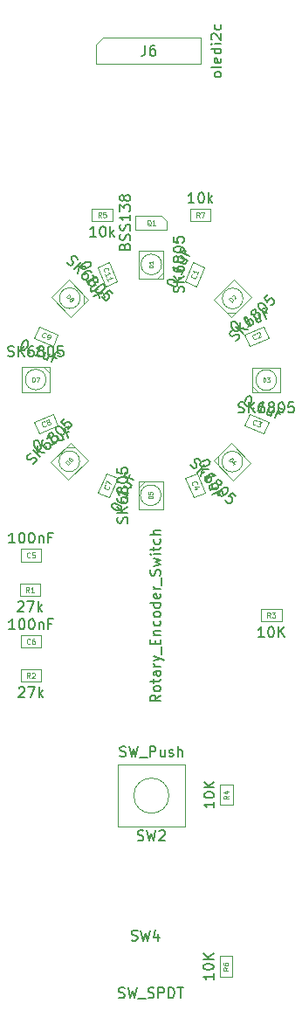
<source format=gbr>
G04 #@! TF.GenerationSoftware,KiCad,Pcbnew,(5.1.0-0)*
G04 #@! TF.CreationDate,2020-01-22T16:50:41+01:00*
G04 #@! TF.ProjectId,pino_brd_v01,70696e6f-5f62-4726-945f-7630312e6b69,rev?*
G04 #@! TF.SameCoordinates,Original*
G04 #@! TF.FileFunction,Other,Fab,Top*
%FSLAX46Y46*%
G04 Gerber Fmt 4.6, Leading zero omitted, Abs format (unit mm)*
G04 Created by KiCad (PCBNEW (5.1.0-0)) date 2020-01-22 16:50:41*
%MOMM*%
%LPD*%
G04 APERTURE LIST*
%ADD10C,0.100000*%
%ADD11C,0.150000*%
%ADD12C,0.080000*%
%ADD13C,0.075000*%
G04 APERTURE END LIST*
D10*
X21388959Y70668085D02*
X22237487Y70668085D01*
X20116167Y71940877D02*
X21813223Y70243821D01*
X21813223Y70243821D02*
X23722411Y72153009D01*
X23722411Y72153009D02*
X22025355Y73850065D01*
X22025355Y73850065D02*
X20116167Y71940877D01*
X22919289Y72046943D02*
G75*
G03X22919289Y72046943I-1000000J0D01*
G01*
X23826387Y63532759D02*
X24426387Y62932759D01*
X23826387Y65332759D02*
X23826387Y62932759D01*
X23826387Y62932759D02*
X26526387Y62932759D01*
X26526387Y62932759D02*
X26526387Y65332759D01*
X26526387Y65332759D02*
X23826387Y65332759D01*
X26176387Y64132759D02*
G75*
G03X26176387Y64132759I-1000000J0D01*
G01*
X20504472Y56763800D02*
X20504472Y55915272D01*
X21777264Y58036592D02*
X20080208Y56339536D01*
X20080208Y56339536D02*
X21989396Y54430348D01*
X21989396Y54430348D02*
X23686452Y56127404D01*
X23686452Y56127404D02*
X21777264Y58036592D01*
X22883330Y56233470D02*
G75*
G03X22883330Y56233470I-1000000J0D01*
G01*
X13369146Y54326372D02*
X12769146Y53726372D01*
X15169146Y54326372D02*
X12769146Y54326372D01*
X12769146Y54326372D02*
X12769146Y51626372D01*
X12769146Y51626372D02*
X15169146Y51626372D01*
X15169146Y51626372D02*
X15169146Y54326372D01*
X14969146Y52976372D02*
G75*
G03X14969146Y52976372I-1000000J0D01*
G01*
X6600187Y57648287D02*
X5751659Y57648287D01*
X7872979Y56375495D02*
X6175923Y58072551D01*
X6175923Y58072551D02*
X4266735Y56163363D01*
X4266735Y56163363D02*
X5963791Y54466307D01*
X5963791Y54466307D02*
X7872979Y56375495D01*
X7069857Y56269429D02*
G75*
G03X7069857Y56269429I-1000000J0D01*
G01*
X4162759Y64783613D02*
X3562759Y65383613D01*
X4162759Y62983613D02*
X4162759Y65383613D01*
X4162759Y65383613D02*
X1462759Y65383613D01*
X1462759Y65383613D02*
X1462759Y62983613D01*
X1462759Y62983613D02*
X4162759Y62983613D01*
X3812759Y64183613D02*
G75*
G03X3812759Y64183613I-1000000J0D01*
G01*
X17312263Y73684554D02*
X18077630Y75532313D01*
X18420918Y73225333D02*
X17312263Y73684554D01*
X19186285Y75073092D02*
X18420918Y73225333D01*
X18077630Y75532313D02*
X19186285Y75073092D01*
X23095887Y68561770D02*
X24943646Y69327137D01*
X23555108Y67453115D02*
X23095887Y68561770D01*
X25402867Y68218482D02*
X23555108Y67453115D01*
X24943646Y69327137D02*
X25402867Y68218482D01*
X25400330Y60100404D02*
X24941109Y58991749D01*
X24941109Y58991749D02*
X23093350Y59757116D01*
X23093350Y59757116D02*
X23552571Y60865771D01*
X23552571Y60865771D02*
X25400330Y60100404D01*
X19211685Y53242628D02*
X18103030Y52783407D01*
X18103030Y52783407D02*
X17337663Y54631166D01*
X17337663Y54631166D02*
X18446318Y55090387D01*
X18446318Y55090387D02*
X19211685Y53242628D01*
X3339580Y47757640D02*
X3339580Y46557640D01*
X3339580Y46557640D02*
X1339580Y46557640D01*
X1339580Y46557640D02*
X1339580Y47757640D01*
X1339580Y47757640D02*
X3339580Y47757640D01*
X3341880Y39385800D02*
X3341880Y38185800D01*
X3341880Y38185800D02*
X1341880Y38185800D01*
X1341880Y38185800D02*
X1341880Y39385800D01*
X1341880Y39385800D02*
X3341880Y39385800D01*
X9970502Y52780043D02*
X8865896Y53248921D01*
X8865896Y53248921D02*
X9647358Y55089931D01*
X9647358Y55089931D02*
X10751964Y54621053D01*
X10751964Y54621053D02*
X9970502Y52780043D01*
X3130971Y58991749D02*
X2671750Y60100404D01*
X2671750Y60100404D02*
X4519509Y60865771D01*
X4519509Y60865771D02*
X4978730Y59757116D01*
X4978730Y59757116D02*
X3130971Y58991749D01*
X4516972Y67453115D02*
X2669213Y68218482D01*
X4976193Y68561770D02*
X4516972Y67453115D01*
X3128434Y69327137D02*
X4976193Y68561770D01*
X2669213Y68218482D02*
X3128434Y69327137D01*
X9619430Y73230407D02*
X8854063Y75078166D01*
X10728085Y73689628D02*
X9619430Y73230407D01*
X9962718Y75537387D02*
X10728085Y73689628D01*
X8854063Y75078166D02*
X9962718Y75537387D01*
X1257820Y43199760D02*
X1257820Y44399760D01*
X1257820Y44399760D02*
X3257820Y44399760D01*
X3257820Y44399760D02*
X3257820Y43199760D01*
X3257820Y43199760D02*
X1257820Y43199760D01*
X3341880Y34883800D02*
X1341880Y34883800D01*
X3341880Y36083800D02*
X3341880Y34883800D01*
X1341880Y36083800D02*
X3341880Y36083800D01*
X1341880Y34883800D02*
X1341880Y36083800D01*
X26656780Y40730880D02*
X24656780Y40730880D01*
X26656780Y41930880D02*
X26656780Y40730880D01*
X24656780Y41930880D02*
X26656780Y41930880D01*
X24656780Y40730880D02*
X24656780Y41930880D01*
X20725840Y24952200D02*
X21925840Y24952200D01*
X21925840Y24952200D02*
X21925840Y22952200D01*
X21925840Y22952200D02*
X20725840Y22952200D01*
X20725840Y22952200D02*
X20725840Y24952200D01*
X20659800Y8297180D02*
X21859800Y8297180D01*
X21859800Y8297180D02*
X21859800Y6297180D01*
X21859800Y6297180D02*
X20659800Y6297180D01*
X20659800Y6297180D02*
X20659800Y8297180D01*
X8696960Y94752160D02*
X8696960Y96657160D01*
X8696960Y96657160D02*
X9331960Y97292160D01*
X9331960Y97292160D02*
X18856960Y97292160D01*
X18856960Y97292160D02*
X18856960Y94752160D01*
X18856960Y94752160D02*
X8696960Y94752160D01*
X17280960Y20860760D02*
X10780960Y20860760D01*
X10780960Y20860760D02*
X10780960Y26860760D01*
X10780960Y26860760D02*
X17280960Y26860760D01*
X17280960Y26860760D02*
X17280960Y20860760D01*
X15730960Y23860760D02*
G75*
G03X15730960Y23860760I-1700000J0D01*
G01*
X14975840Y80083380D02*
X12525840Y80083380D01*
X15545840Y79533380D02*
X15545840Y78683380D01*
X14975840Y80083380D02*
X15545840Y79533380D01*
X15545840Y78683380D02*
X12505840Y78683380D01*
X12505840Y80083380D02*
X12505840Y78683380D01*
X10247900Y79531920D02*
X8247900Y79531920D01*
X10247900Y80731920D02*
X10247900Y79531920D01*
X8247900Y80731920D02*
X10247900Y80731920D01*
X8247900Y79531920D02*
X8247900Y80731920D01*
X19781000Y80703980D02*
X19781000Y79503980D01*
X19781000Y79503980D02*
X17781000Y79503980D01*
X17781000Y79503980D02*
X17781000Y80703980D01*
X17781000Y80703980D02*
X19781000Y80703980D01*
X15020000Y75340000D02*
G75*
G03X15020000Y75340000I-1000000J0D01*
G01*
X12820000Y76690000D02*
X12820000Y73990000D01*
X15220000Y76690000D02*
X12820000Y76690000D01*
X15220000Y73990000D02*
X15220000Y76690000D01*
X12820000Y73990000D02*
X15220000Y73990000D01*
X14620000Y73990000D02*
X15220000Y74590000D01*
X7498858Y71539670D02*
X7498858Y72388198D01*
X6226066Y70266878D02*
X7923122Y71963934D01*
X7923122Y71963934D02*
X6013934Y73873122D01*
X6013934Y73873122D02*
X4316878Y72176066D01*
X4316878Y72176066D02*
X6226066Y70266878D01*
X7120000Y72070000D02*
G75*
G03X7120000Y72070000I-1000000J0D01*
G01*
D11*
X22212232Y67949091D02*
X22346919Y68016434D01*
X22515278Y68184793D01*
X22548950Y68285808D01*
X22548950Y68353152D01*
X22515278Y68454167D01*
X22447935Y68521510D01*
X22346919Y68555182D01*
X22279576Y68555182D01*
X22178561Y68521510D01*
X22010202Y68420495D01*
X21909187Y68386823D01*
X21841843Y68386823D01*
X21740828Y68420495D01*
X21673484Y68487839D01*
X21639813Y68588854D01*
X21639813Y68656197D01*
X21673484Y68757213D01*
X21841843Y68925571D01*
X21976530Y68992915D01*
X22953011Y68622526D02*
X22245904Y69329632D01*
X23357072Y69026587D02*
X22649965Y69127602D01*
X22649965Y69733693D02*
X22649965Y68925571D01*
X23256057Y70339785D02*
X23121370Y70205098D01*
X23087698Y70104083D01*
X23087698Y70036739D01*
X23121370Y69868380D01*
X23222385Y69700022D01*
X23491759Y69430648D01*
X23592774Y69396976D01*
X23660118Y69396976D01*
X23761133Y69430648D01*
X23895820Y69565335D01*
X23929492Y69666350D01*
X23929492Y69733693D01*
X23895820Y69834709D01*
X23727461Y70003067D01*
X23626446Y70036739D01*
X23559102Y70036739D01*
X23458087Y70003067D01*
X23323400Y69868380D01*
X23289728Y69767365D01*
X23289728Y69700022D01*
X23323400Y69599006D01*
X24030507Y70508144D02*
X23929492Y70474472D01*
X23862148Y70474472D01*
X23761133Y70508144D01*
X23727461Y70541816D01*
X23693789Y70642831D01*
X23693789Y70710174D01*
X23727461Y70811190D01*
X23862148Y70945877D01*
X23963164Y70979548D01*
X24030507Y70979548D01*
X24131522Y70945877D01*
X24165194Y70912205D01*
X24198866Y70811190D01*
X24198866Y70743846D01*
X24165194Y70642831D01*
X24030507Y70508144D01*
X23996835Y70407129D01*
X23996835Y70339785D01*
X24030507Y70238770D01*
X24165194Y70104083D01*
X24266209Y70070411D01*
X24333553Y70070411D01*
X24434568Y70104083D01*
X24569255Y70238770D01*
X24602927Y70339785D01*
X24602927Y70407129D01*
X24569255Y70508144D01*
X24434568Y70642831D01*
X24333553Y70676503D01*
X24266209Y70676503D01*
X24165194Y70642831D01*
X24434568Y71518296D02*
X24501912Y71585640D01*
X24602927Y71619312D01*
X24670270Y71619312D01*
X24771286Y71585640D01*
X24939644Y71484625D01*
X25108003Y71316266D01*
X25209018Y71147907D01*
X25242690Y71046892D01*
X25242690Y70979548D01*
X25209018Y70878533D01*
X25141675Y70811190D01*
X25040660Y70777518D01*
X24973316Y70777518D01*
X24872301Y70811190D01*
X24703942Y70912205D01*
X24535583Y71080564D01*
X24434568Y71248922D01*
X24400896Y71349938D01*
X24400896Y71417281D01*
X24434568Y71518296D01*
X25310034Y72393762D02*
X24973316Y72057044D01*
X25276362Y71686655D01*
X25276362Y71753999D01*
X25310034Y71855014D01*
X25478392Y72023373D01*
X25579408Y72057044D01*
X25646751Y72057044D01*
X25747766Y72023373D01*
X25916125Y71855014D01*
X25949797Y71753999D01*
X25949797Y71686655D01*
X25916125Y71585640D01*
X25747766Y71417281D01*
X25646751Y71383609D01*
X25579408Y71383609D01*
D12*
X21838476Y71710225D02*
X21555634Y71993068D01*
X21622977Y72060411D01*
X21676852Y72087349D01*
X21730727Y72087349D01*
X21771133Y72073880D01*
X21838476Y72033474D01*
X21878882Y71993068D01*
X21919288Y71925724D01*
X21932757Y71885318D01*
X21932757Y71831443D01*
X21905820Y71777568D01*
X21838476Y71710225D01*
X21851945Y72235504D02*
X21851945Y72262442D01*
X21865414Y72302848D01*
X21932757Y72370191D01*
X21973163Y72383660D01*
X22000101Y72383660D01*
X22040507Y72370191D01*
X22067444Y72343254D01*
X22094382Y72289379D01*
X22094382Y71966130D01*
X22269475Y72141223D01*
D11*
X22485910Y61027997D02*
X22628767Y60980378D01*
X22866863Y60980378D01*
X22962101Y61027997D01*
X23009720Y61075616D01*
X23057339Y61170854D01*
X23057339Y61266092D01*
X23009720Y61361330D01*
X22962101Y61408949D01*
X22866863Y61456568D01*
X22676387Y61504187D01*
X22581148Y61551806D01*
X22533529Y61599425D01*
X22485910Y61694663D01*
X22485910Y61789901D01*
X22533529Y61885139D01*
X22581148Y61932759D01*
X22676387Y61980378D01*
X22914482Y61980378D01*
X23057339Y61932759D01*
X23485910Y60980378D02*
X23485910Y61980378D01*
X24057339Y60980378D02*
X23628767Y61551806D01*
X24057339Y61980378D02*
X23485910Y61408949D01*
X24914482Y61980378D02*
X24724006Y61980378D01*
X24628767Y61932759D01*
X24581148Y61885139D01*
X24485910Y61742282D01*
X24438291Y61551806D01*
X24438291Y61170854D01*
X24485910Y61075616D01*
X24533529Y61027997D01*
X24628767Y60980378D01*
X24819244Y60980378D01*
X24914482Y61027997D01*
X24962101Y61075616D01*
X25009720Y61170854D01*
X25009720Y61408949D01*
X24962101Y61504187D01*
X24914482Y61551806D01*
X24819244Y61599425D01*
X24628767Y61599425D01*
X24533529Y61551806D01*
X24485910Y61504187D01*
X24438291Y61408949D01*
X25581148Y61551806D02*
X25485910Y61599425D01*
X25438291Y61647044D01*
X25390672Y61742282D01*
X25390672Y61789901D01*
X25438291Y61885139D01*
X25485910Y61932759D01*
X25581148Y61980378D01*
X25771625Y61980378D01*
X25866863Y61932759D01*
X25914482Y61885139D01*
X25962101Y61789901D01*
X25962101Y61742282D01*
X25914482Y61647044D01*
X25866863Y61599425D01*
X25771625Y61551806D01*
X25581148Y61551806D01*
X25485910Y61504187D01*
X25438291Y61456568D01*
X25390672Y61361330D01*
X25390672Y61170854D01*
X25438291Y61075616D01*
X25485910Y61027997D01*
X25581148Y60980378D01*
X25771625Y60980378D01*
X25866863Y61027997D01*
X25914482Y61075616D01*
X25962101Y61170854D01*
X25962101Y61361330D01*
X25914482Y61456568D01*
X25866863Y61504187D01*
X25771625Y61551806D01*
X26581148Y61980378D02*
X26676387Y61980378D01*
X26771625Y61932759D01*
X26819244Y61885139D01*
X26866863Y61789901D01*
X26914482Y61599425D01*
X26914482Y61361330D01*
X26866863Y61170854D01*
X26819244Y61075616D01*
X26771625Y61027997D01*
X26676387Y60980378D01*
X26581148Y60980378D01*
X26485910Y61027997D01*
X26438291Y61075616D01*
X26390672Y61170854D01*
X26343053Y61361330D01*
X26343053Y61599425D01*
X26390672Y61789901D01*
X26438291Y61885139D01*
X26485910Y61932759D01*
X26581148Y61980378D01*
X27819244Y61980378D02*
X27343053Y61980378D01*
X27295434Y61504187D01*
X27343053Y61551806D01*
X27438291Y61599425D01*
X27676387Y61599425D01*
X27771625Y61551806D01*
X27819244Y61504187D01*
X27866863Y61408949D01*
X27866863Y61170854D01*
X27819244Y61075616D01*
X27771625Y61027997D01*
X27676387Y60980378D01*
X27438291Y60980378D01*
X27343053Y61027997D01*
X27295434Y61075616D01*
D12*
X24881148Y63951806D02*
X24881148Y64351806D01*
X24976387Y64351806D01*
X25033529Y64332759D01*
X25071625Y64294663D01*
X25090672Y64256568D01*
X25109720Y64180378D01*
X25109720Y64123235D01*
X25090672Y64047044D01*
X25071625Y64008949D01*
X25033529Y63970854D01*
X24976387Y63951806D01*
X24881148Y63951806D01*
X25243053Y64351806D02*
X25490672Y64351806D01*
X25357339Y64199425D01*
X25414482Y64199425D01*
X25452577Y64180378D01*
X25471625Y64161330D01*
X25490672Y64123235D01*
X25490672Y64027997D01*
X25471625Y63989901D01*
X25452577Y63970854D01*
X25414482Y63951806D01*
X25300196Y63951806D01*
X25262101Y63970854D01*
X25243053Y63989901D01*
D11*
X17785478Y55940526D02*
X17852821Y55805839D01*
X18021180Y55637480D01*
X18122195Y55603808D01*
X18189539Y55603808D01*
X18290554Y55637480D01*
X18357897Y55704823D01*
X18391569Y55805839D01*
X18391569Y55873182D01*
X18357897Y55974197D01*
X18256882Y56142556D01*
X18223210Y56243571D01*
X18223210Y56310915D01*
X18256882Y56411930D01*
X18324226Y56479274D01*
X18425241Y56512945D01*
X18492584Y56512945D01*
X18593600Y56479274D01*
X18761958Y56310915D01*
X18829302Y56176228D01*
X18458913Y55199747D02*
X19166019Y55906854D01*
X18862974Y54795686D02*
X18963989Y55502793D01*
X19570080Y55502793D02*
X18761958Y55502793D01*
X20176172Y54896701D02*
X20041485Y55031388D01*
X19940470Y55065060D01*
X19873126Y55065060D01*
X19704767Y55031388D01*
X19536409Y54930373D01*
X19267035Y54660999D01*
X19233363Y54559984D01*
X19233363Y54492640D01*
X19267035Y54391625D01*
X19401722Y54256938D01*
X19502737Y54223266D01*
X19570080Y54223266D01*
X19671096Y54256938D01*
X19839454Y54425297D01*
X19873126Y54526312D01*
X19873126Y54593656D01*
X19839454Y54694671D01*
X19704767Y54829358D01*
X19603752Y54863030D01*
X19536409Y54863030D01*
X19435393Y54829358D01*
X20344531Y54122251D02*
X20310859Y54223266D01*
X20310859Y54290610D01*
X20344531Y54391625D01*
X20378203Y54425297D01*
X20479218Y54458969D01*
X20546561Y54458969D01*
X20647577Y54425297D01*
X20782264Y54290610D01*
X20815935Y54189594D01*
X20815935Y54122251D01*
X20782264Y54021236D01*
X20748592Y53987564D01*
X20647577Y53953892D01*
X20580233Y53953892D01*
X20479218Y53987564D01*
X20344531Y54122251D01*
X20243516Y54155923D01*
X20176172Y54155923D01*
X20075157Y54122251D01*
X19940470Y53987564D01*
X19906798Y53886549D01*
X19906798Y53819205D01*
X19940470Y53718190D01*
X20075157Y53583503D01*
X20176172Y53549831D01*
X20243516Y53549831D01*
X20344531Y53583503D01*
X20479218Y53718190D01*
X20512890Y53819205D01*
X20512890Y53886549D01*
X20479218Y53987564D01*
X21354683Y53718190D02*
X21422027Y53650846D01*
X21455699Y53549831D01*
X21455699Y53482488D01*
X21422027Y53381472D01*
X21321012Y53213114D01*
X21152653Y53044755D01*
X20984294Y52943740D01*
X20883279Y52910068D01*
X20815935Y52910068D01*
X20714920Y52943740D01*
X20647577Y53011083D01*
X20613905Y53112098D01*
X20613905Y53179442D01*
X20647577Y53280457D01*
X20748592Y53448816D01*
X20916951Y53617175D01*
X21085309Y53718190D01*
X21186325Y53751862D01*
X21253668Y53751862D01*
X21354683Y53718190D01*
X22230149Y52842724D02*
X21893431Y53179442D01*
X21523042Y52876396D01*
X21590386Y52876396D01*
X21691401Y52842724D01*
X21859760Y52674366D01*
X21893431Y52573350D01*
X21893431Y52506007D01*
X21859760Y52404992D01*
X21691401Y52236633D01*
X21590386Y52202961D01*
X21523042Y52202961D01*
X21422027Y52236633D01*
X21253668Y52404992D01*
X21219996Y52506007D01*
X21219996Y52573350D01*
D12*
X21546612Y56314282D02*
X21829455Y56597124D01*
X21896798Y56529781D01*
X21923736Y56475906D01*
X21923736Y56422031D01*
X21910267Y56381625D01*
X21869861Y56314282D01*
X21829455Y56273876D01*
X21762111Y56233470D01*
X21721705Y56220001D01*
X21667830Y56220001D01*
X21613955Y56246938D01*
X21546612Y56314282D01*
X22139235Y56098782D02*
X21950673Y55910221D01*
X22179641Y56273876D02*
X21910267Y56139189D01*
X22085360Y55964095D01*
D11*
X11673907Y50285895D02*
X11721526Y50428752D01*
X11721526Y50666848D01*
X11673907Y50762086D01*
X11626288Y50809705D01*
X11531050Y50857324D01*
X11435812Y50857324D01*
X11340574Y50809705D01*
X11292955Y50762086D01*
X11245336Y50666848D01*
X11197717Y50476372D01*
X11150098Y50381133D01*
X11102479Y50333514D01*
X11007241Y50285895D01*
X10912003Y50285895D01*
X10816765Y50333514D01*
X10769146Y50381133D01*
X10721526Y50476372D01*
X10721526Y50714467D01*
X10769146Y50857324D01*
X11721526Y51285895D02*
X10721526Y51285895D01*
X11721526Y51857324D02*
X11150098Y51428752D01*
X10721526Y51857324D02*
X11292955Y51285895D01*
X10721526Y52714467D02*
X10721526Y52523991D01*
X10769146Y52428752D01*
X10816765Y52381133D01*
X10959622Y52285895D01*
X11150098Y52238276D01*
X11531050Y52238276D01*
X11626288Y52285895D01*
X11673907Y52333514D01*
X11721526Y52428752D01*
X11721526Y52619229D01*
X11673907Y52714467D01*
X11626288Y52762086D01*
X11531050Y52809705D01*
X11292955Y52809705D01*
X11197717Y52762086D01*
X11150098Y52714467D01*
X11102479Y52619229D01*
X11102479Y52428752D01*
X11150098Y52333514D01*
X11197717Y52285895D01*
X11292955Y52238276D01*
X11150098Y53381133D02*
X11102479Y53285895D01*
X11054860Y53238276D01*
X10959622Y53190657D01*
X10912003Y53190657D01*
X10816765Y53238276D01*
X10769146Y53285895D01*
X10721526Y53381133D01*
X10721526Y53571610D01*
X10769146Y53666848D01*
X10816765Y53714467D01*
X10912003Y53762086D01*
X10959622Y53762086D01*
X11054860Y53714467D01*
X11102479Y53666848D01*
X11150098Y53571610D01*
X11150098Y53381133D01*
X11197717Y53285895D01*
X11245336Y53238276D01*
X11340574Y53190657D01*
X11531050Y53190657D01*
X11626288Y53238276D01*
X11673907Y53285895D01*
X11721526Y53381133D01*
X11721526Y53571610D01*
X11673907Y53666848D01*
X11626288Y53714467D01*
X11531050Y53762086D01*
X11340574Y53762086D01*
X11245336Y53714467D01*
X11197717Y53666848D01*
X11150098Y53571610D01*
X10721526Y54381133D02*
X10721526Y54476372D01*
X10769146Y54571610D01*
X10816765Y54619229D01*
X10912003Y54666848D01*
X11102479Y54714467D01*
X11340574Y54714467D01*
X11531050Y54666848D01*
X11626288Y54619229D01*
X11673907Y54571610D01*
X11721526Y54476372D01*
X11721526Y54381133D01*
X11673907Y54285895D01*
X11626288Y54238276D01*
X11531050Y54190657D01*
X11340574Y54143038D01*
X11102479Y54143038D01*
X10912003Y54190657D01*
X10816765Y54238276D01*
X10769146Y54285895D01*
X10721526Y54381133D01*
X10721526Y55619229D02*
X10721526Y55143038D01*
X11197717Y55095419D01*
X11150098Y55143038D01*
X11102479Y55238276D01*
X11102479Y55476372D01*
X11150098Y55571610D01*
X11197717Y55619229D01*
X11292955Y55666848D01*
X11531050Y55666848D01*
X11626288Y55619229D01*
X11673907Y55571610D01*
X11721526Y55476372D01*
X11721526Y55238276D01*
X11673907Y55143038D01*
X11626288Y55095419D01*
D12*
X14150098Y52681133D02*
X13750098Y52681133D01*
X13750098Y52776372D01*
X13769146Y52833514D01*
X13807241Y52871610D01*
X13845336Y52890657D01*
X13921526Y52909705D01*
X13978669Y52909705D01*
X14054860Y52890657D01*
X14092955Y52871610D01*
X14131050Y52833514D01*
X14150098Y52776372D01*
X14150098Y52681133D01*
X13750098Y53271610D02*
X13750098Y53081133D01*
X13940574Y53062086D01*
X13921526Y53081133D01*
X13902479Y53119229D01*
X13902479Y53214467D01*
X13921526Y53252562D01*
X13940574Y53271610D01*
X13978669Y53290657D01*
X14073907Y53290657D01*
X14112003Y53271610D01*
X14131050Y53252562D01*
X14150098Y53214467D01*
X14150098Y53119229D01*
X14131050Y53081133D01*
X14112003Y53062086D01*
D11*
X2544424Y55989953D02*
X2679111Y56057296D01*
X2847470Y56225655D01*
X2881142Y56326670D01*
X2881142Y56394014D01*
X2847470Y56495029D01*
X2780127Y56562372D01*
X2679111Y56596044D01*
X2611768Y56596044D01*
X2510753Y56562372D01*
X2342394Y56461357D01*
X2241379Y56427685D01*
X2174035Y56427685D01*
X2073020Y56461357D01*
X2005676Y56528701D01*
X1972005Y56629716D01*
X1972005Y56697059D01*
X2005676Y56798075D01*
X2174035Y56966433D01*
X2308722Y57033777D01*
X3285203Y56663388D02*
X2578096Y57370494D01*
X3689264Y57067449D02*
X2982157Y57168464D01*
X2982157Y57774555D02*
X2982157Y56966433D01*
X3588249Y58380647D02*
X3453562Y58245960D01*
X3419890Y58144945D01*
X3419890Y58077601D01*
X3453562Y57909242D01*
X3554577Y57740884D01*
X3823951Y57471510D01*
X3924966Y57437838D01*
X3992310Y57437838D01*
X4093325Y57471510D01*
X4228012Y57606197D01*
X4261684Y57707212D01*
X4261684Y57774555D01*
X4228012Y57875571D01*
X4059653Y58043929D01*
X3958638Y58077601D01*
X3891294Y58077601D01*
X3790279Y58043929D01*
X3655592Y57909242D01*
X3621920Y57808227D01*
X3621920Y57740884D01*
X3655592Y57639868D01*
X4362699Y58549006D02*
X4261684Y58515334D01*
X4194340Y58515334D01*
X4093325Y58549006D01*
X4059653Y58582678D01*
X4025981Y58683693D01*
X4025981Y58751036D01*
X4059653Y58852052D01*
X4194340Y58986739D01*
X4295356Y59020410D01*
X4362699Y59020410D01*
X4463714Y58986739D01*
X4497386Y58953067D01*
X4531058Y58852052D01*
X4531058Y58784708D01*
X4497386Y58683693D01*
X4362699Y58549006D01*
X4329027Y58447991D01*
X4329027Y58380647D01*
X4362699Y58279632D01*
X4497386Y58144945D01*
X4598401Y58111273D01*
X4665745Y58111273D01*
X4766760Y58144945D01*
X4901447Y58279632D01*
X4935119Y58380647D01*
X4935119Y58447991D01*
X4901447Y58549006D01*
X4766760Y58683693D01*
X4665745Y58717365D01*
X4598401Y58717365D01*
X4497386Y58683693D01*
X4766760Y59559158D02*
X4834104Y59626502D01*
X4935119Y59660174D01*
X5002462Y59660174D01*
X5103478Y59626502D01*
X5271836Y59525487D01*
X5440195Y59357128D01*
X5541210Y59188769D01*
X5574882Y59087754D01*
X5574882Y59020410D01*
X5541210Y58919395D01*
X5473867Y58852052D01*
X5372852Y58818380D01*
X5305508Y58818380D01*
X5204493Y58852052D01*
X5036134Y58953067D01*
X4867775Y59121426D01*
X4766760Y59289784D01*
X4733088Y59390800D01*
X4733088Y59458143D01*
X4766760Y59559158D01*
X5642226Y60434624D02*
X5305508Y60097906D01*
X5608554Y59727517D01*
X5608554Y59794861D01*
X5642226Y59895876D01*
X5810584Y60064235D01*
X5911600Y60097906D01*
X5978943Y60097906D01*
X6079958Y60064235D01*
X6248317Y59895876D01*
X6281989Y59794861D01*
X6281989Y59727517D01*
X6248317Y59626502D01*
X6079958Y59458143D01*
X5978943Y59424471D01*
X5911600Y59424471D01*
D12*
X5989044Y55932711D02*
X5706202Y56215554D01*
X5773545Y56282897D01*
X5827420Y56309835D01*
X5881295Y56309835D01*
X5921701Y56296366D01*
X5989044Y56255960D01*
X6029450Y56215554D01*
X6069856Y56148210D01*
X6083325Y56107804D01*
X6083325Y56053929D01*
X6056388Y56000054D01*
X5989044Y55932711D01*
X6110263Y56619615D02*
X6056388Y56565740D01*
X6042919Y56525334D01*
X6042919Y56498396D01*
X6056388Y56431053D01*
X6096794Y56363709D01*
X6204544Y56255960D01*
X6244950Y56242491D01*
X6271887Y56242491D01*
X6312293Y56255960D01*
X6366168Y56309835D01*
X6379637Y56350241D01*
X6379637Y56377178D01*
X6366168Y56417584D01*
X6298824Y56484928D01*
X6258418Y56498396D01*
X6231481Y56498396D01*
X6191075Y56484928D01*
X6137200Y56431053D01*
X6123731Y56390647D01*
X6123731Y56363709D01*
X6137200Y56323303D01*
D11*
X122282Y66478851D02*
X265139Y66431232D01*
X503235Y66431232D01*
X598473Y66478851D01*
X646092Y66526470D01*
X693711Y66621708D01*
X693711Y66716946D01*
X646092Y66812184D01*
X598473Y66859803D01*
X503235Y66907422D01*
X312759Y66955041D01*
X217520Y67002660D01*
X169901Y67050279D01*
X122282Y67145517D01*
X122282Y67240755D01*
X169901Y67335993D01*
X217520Y67383613D01*
X312759Y67431232D01*
X550854Y67431232D01*
X693711Y67383613D01*
X1122282Y66431232D02*
X1122282Y67431232D01*
X1693711Y66431232D02*
X1265139Y67002660D01*
X1693711Y67431232D02*
X1122282Y66859803D01*
X2550854Y67431232D02*
X2360378Y67431232D01*
X2265139Y67383613D01*
X2217520Y67335993D01*
X2122282Y67193136D01*
X2074663Y67002660D01*
X2074663Y66621708D01*
X2122282Y66526470D01*
X2169901Y66478851D01*
X2265139Y66431232D01*
X2455616Y66431232D01*
X2550854Y66478851D01*
X2598473Y66526470D01*
X2646092Y66621708D01*
X2646092Y66859803D01*
X2598473Y66955041D01*
X2550854Y67002660D01*
X2455616Y67050279D01*
X2265139Y67050279D01*
X2169901Y67002660D01*
X2122282Y66955041D01*
X2074663Y66859803D01*
X3217520Y67002660D02*
X3122282Y67050279D01*
X3074663Y67097898D01*
X3027044Y67193136D01*
X3027044Y67240755D01*
X3074663Y67335993D01*
X3122282Y67383613D01*
X3217520Y67431232D01*
X3407997Y67431232D01*
X3503235Y67383613D01*
X3550854Y67335993D01*
X3598473Y67240755D01*
X3598473Y67193136D01*
X3550854Y67097898D01*
X3503235Y67050279D01*
X3407997Y67002660D01*
X3217520Y67002660D01*
X3122282Y66955041D01*
X3074663Y66907422D01*
X3027044Y66812184D01*
X3027044Y66621708D01*
X3074663Y66526470D01*
X3122282Y66478851D01*
X3217520Y66431232D01*
X3407997Y66431232D01*
X3503235Y66478851D01*
X3550854Y66526470D01*
X3598473Y66621708D01*
X3598473Y66812184D01*
X3550854Y66907422D01*
X3503235Y66955041D01*
X3407997Y67002660D01*
X4217520Y67431232D02*
X4312759Y67431232D01*
X4407997Y67383613D01*
X4455616Y67335993D01*
X4503235Y67240755D01*
X4550854Y67050279D01*
X4550854Y66812184D01*
X4503235Y66621708D01*
X4455616Y66526470D01*
X4407997Y66478851D01*
X4312759Y66431232D01*
X4217520Y66431232D01*
X4122282Y66478851D01*
X4074663Y66526470D01*
X4027044Y66621708D01*
X3979425Y66812184D01*
X3979425Y67050279D01*
X4027044Y67240755D01*
X4074663Y67335993D01*
X4122282Y67383613D01*
X4217520Y67431232D01*
X5455616Y67431232D02*
X4979425Y67431232D01*
X4931806Y66955041D01*
X4979425Y67002660D01*
X5074663Y67050279D01*
X5312759Y67050279D01*
X5407997Y67002660D01*
X5455616Y66955041D01*
X5503235Y66859803D01*
X5503235Y66621708D01*
X5455616Y66526470D01*
X5407997Y66478851D01*
X5312759Y66431232D01*
X5074663Y66431232D01*
X4979425Y66478851D01*
X4931806Y66526470D01*
D12*
X2517520Y64002660D02*
X2517520Y64402660D01*
X2612759Y64402660D01*
X2669901Y64383613D01*
X2707997Y64345517D01*
X2727044Y64307422D01*
X2746092Y64231232D01*
X2746092Y64174089D01*
X2727044Y64097898D01*
X2707997Y64059803D01*
X2669901Y64021708D01*
X2612759Y64002660D01*
X2517520Y64002660D01*
X2879425Y64402660D02*
X3146092Y64402660D01*
X2974663Y64002660D01*
D11*
X10854441Y4317118D02*
X10997299Y4269499D01*
X11235394Y4269499D01*
X11330632Y4317118D01*
X11378251Y4364737D01*
X11425870Y4459975D01*
X11425870Y4555213D01*
X11378251Y4650451D01*
X11330632Y4698070D01*
X11235394Y4745689D01*
X11044918Y4793308D01*
X10949680Y4840927D01*
X10902060Y4888546D01*
X10854441Y4983784D01*
X10854441Y5079022D01*
X10902060Y5174260D01*
X10949680Y5221880D01*
X11044918Y5269499D01*
X11283013Y5269499D01*
X11425870Y5221880D01*
X11759203Y5269499D02*
X11997299Y4269499D01*
X12187775Y4983784D01*
X12378251Y4269499D01*
X12616346Y5269499D01*
X12759203Y4174260D02*
X13521108Y4174260D01*
X13711584Y4317118D02*
X13854441Y4269499D01*
X14092537Y4269499D01*
X14187775Y4317118D01*
X14235394Y4364737D01*
X14283013Y4459975D01*
X14283013Y4555213D01*
X14235394Y4650451D01*
X14187775Y4698070D01*
X14092537Y4745689D01*
X13902060Y4793308D01*
X13806822Y4840927D01*
X13759203Y4888546D01*
X13711584Y4983784D01*
X13711584Y5079022D01*
X13759203Y5174260D01*
X13806822Y5221880D01*
X13902060Y5269499D01*
X14140156Y5269499D01*
X14283013Y5221880D01*
X14711584Y4269499D02*
X14711584Y5269499D01*
X15092537Y5269499D01*
X15187775Y5221880D01*
X15235394Y5174260D01*
X15283013Y5079022D01*
X15283013Y4936165D01*
X15235394Y4840927D01*
X15187775Y4793308D01*
X15092537Y4745689D01*
X14711584Y4745689D01*
X15711584Y4269499D02*
X15711584Y5269499D01*
X15949680Y5269499D01*
X16092537Y5221880D01*
X16187775Y5126641D01*
X16235394Y5031403D01*
X16283013Y4840927D01*
X16283013Y4698070D01*
X16235394Y4507594D01*
X16187775Y4412356D01*
X16092537Y4317118D01*
X15949680Y4269499D01*
X15711584Y4269499D01*
X16568727Y5269499D02*
X17140156Y5269499D01*
X16854441Y4269499D02*
X16854441Y5269499D01*
X12116346Y9867118D02*
X12259203Y9819499D01*
X12497299Y9819499D01*
X12592537Y9867118D01*
X12640156Y9914737D01*
X12687775Y10009975D01*
X12687775Y10105213D01*
X12640156Y10200451D01*
X12592537Y10248070D01*
X12497299Y10295689D01*
X12306822Y10343308D01*
X12211584Y10390927D01*
X12163965Y10438546D01*
X12116346Y10533784D01*
X12116346Y10629022D01*
X12163965Y10724260D01*
X12211584Y10771880D01*
X12306822Y10819499D01*
X12544918Y10819499D01*
X12687775Y10771880D01*
X13021108Y10819499D02*
X13259203Y9819499D01*
X13449680Y10533784D01*
X13640156Y9819499D01*
X13878251Y10819499D01*
X14687775Y10486165D02*
X14687775Y9819499D01*
X14449680Y10867118D02*
X14211584Y10152832D01*
X14830632Y10152832D01*
X15590244Y73702013D02*
X15626690Y73790002D01*
X15707131Y73859767D01*
X15769348Y73885538D01*
X15875559Y73893087D01*
X16069760Y73864189D01*
X16289731Y73773074D01*
X16447485Y73656187D01*
X16517250Y73575747D01*
X16543022Y73513530D01*
X16550570Y73407318D01*
X16514124Y73319330D01*
X16433683Y73249564D01*
X16371466Y73223793D01*
X16265255Y73216245D01*
X16071055Y73245143D01*
X15851083Y73336258D01*
X15693329Y73453144D01*
X15623564Y73533584D01*
X15597792Y73595802D01*
X15590244Y73702013D01*
X16717704Y74059684D02*
X16779921Y74085455D01*
X16805692Y74023238D01*
X16743475Y73997467D01*
X16717704Y74059684D01*
X16805692Y74023238D01*
X17188376Y74947117D02*
X16969699Y74419186D01*
X17079037Y74683152D02*
X16155158Y75065835D01*
X16250695Y74923178D01*
X16302237Y74798743D01*
X16309785Y74692532D01*
X16900470Y75994136D02*
X17516390Y75739014D01*
X16736463Y75598188D02*
X17220400Y75397735D01*
X17326611Y75405283D01*
X17407052Y75475049D01*
X17461721Y75607031D01*
X17454173Y75713243D01*
X17428401Y75775460D01*
X17342244Y76687370D02*
X17214683Y76379410D01*
X17698620Y76178957D02*
X16774741Y76561640D01*
X16956971Y77001583D01*
D12*
X18382362Y74233496D02*
X18395247Y74202388D01*
X18389910Y74127285D01*
X18371687Y74083290D01*
X18322355Y74026411D01*
X18260138Y74000639D01*
X18207032Y73996865D01*
X18109932Y74011314D01*
X18043941Y74038649D01*
X17965064Y74097092D01*
X17930181Y74137312D01*
X17904410Y74199529D01*
X17909747Y74274632D01*
X17927970Y74318626D01*
X17977302Y74375506D01*
X18008410Y74388392D01*
X18608586Y74655216D02*
X18499248Y74391250D01*
X18553917Y74523233D02*
X18091977Y74714575D01*
X18139746Y74643246D01*
X18165517Y74581029D01*
X18169291Y74527923D01*
D11*
X21890582Y69791766D02*
X21978570Y69828212D01*
X22084782Y69820664D01*
X22146999Y69794893D01*
X22227439Y69725127D01*
X22344326Y69567373D01*
X22435441Y69347402D01*
X22464339Y69153202D01*
X22456790Y69046990D01*
X22431019Y68984773D01*
X22361254Y68904333D01*
X22273265Y68867887D01*
X22167054Y68875435D01*
X22104836Y68901206D01*
X22024396Y68970972D01*
X21907510Y69128726D01*
X21816395Y69348697D01*
X21787497Y69542897D01*
X21795045Y69649109D01*
X21820816Y69711326D01*
X21890582Y69791766D01*
X22940727Y69247444D02*
X23002945Y69221672D01*
X22977173Y69159455D01*
X22914956Y69185226D01*
X22940727Y69247444D01*
X22977173Y69159455D01*
X23901053Y69542139D02*
X23373122Y69323462D01*
X23637087Y69432800D02*
X23254404Y70356680D01*
X23221084Y70188251D01*
X23169542Y70063817D01*
X23099776Y69983376D01*
X24437827Y70486073D02*
X24692950Y69870153D01*
X24041879Y70322065D02*
X24242332Y69838129D01*
X24322772Y69768363D01*
X24428984Y69760815D01*
X24560967Y69815484D01*
X24630732Y69895924D01*
X24656504Y69958141D01*
X25240399Y70663881D02*
X24932439Y70536320D01*
X25132892Y70052383D02*
X24750209Y70976263D01*
X25190151Y71158493D01*
D12*
X24240723Y68193257D02*
X24227837Y68162148D01*
X24170957Y68112816D01*
X24126963Y68094593D01*
X24051860Y68089256D01*
X23989643Y68115027D01*
X23949423Y68149910D01*
X23890980Y68228787D01*
X23863645Y68294778D01*
X23849196Y68391878D01*
X23852970Y68444984D01*
X23878741Y68507202D01*
X23935621Y68556533D01*
X23979616Y68574756D01*
X24054719Y68580094D01*
X24085827Y68567208D01*
X24261804Y68640100D02*
X24274690Y68671209D01*
X24309573Y68711429D01*
X24419558Y68756986D01*
X24472664Y68753212D01*
X24503773Y68740327D01*
X24543993Y68705444D01*
X24562216Y68661450D01*
X24567553Y68586347D01*
X24412926Y68213043D01*
X24698889Y68331493D01*
D11*
X23570030Y62587789D02*
X23658019Y62551343D01*
X23727784Y62470902D01*
X23753555Y62408685D01*
X23761104Y62302474D01*
X23732206Y62108273D01*
X23641091Y61888302D01*
X23524204Y61730548D01*
X23443764Y61660783D01*
X23381547Y61635011D01*
X23275335Y61627463D01*
X23187347Y61663909D01*
X23117581Y61744350D01*
X23091810Y61806567D01*
X23084262Y61912778D01*
X23113160Y62106978D01*
X23204275Y62326950D01*
X23321161Y62484704D01*
X23401601Y62554469D01*
X23463819Y62580241D01*
X23570030Y62587789D01*
X23927701Y61460329D02*
X23953472Y61398112D01*
X23891255Y61372341D01*
X23865484Y61434558D01*
X23927701Y61460329D01*
X23891255Y61372341D01*
X24815134Y60989657D02*
X24287203Y61208334D01*
X24551169Y61098996D02*
X24933852Y62022875D01*
X24791195Y61927338D01*
X24666760Y61875796D01*
X24560549Y61868248D01*
X25862153Y61277563D02*
X25607031Y60661643D01*
X25466205Y61441570D02*
X25265752Y60957633D01*
X25273300Y60851422D01*
X25343066Y60770981D01*
X25475048Y60716312D01*
X25581260Y60723860D01*
X25643477Y60749632D01*
X26555387Y60835789D02*
X26247427Y60963350D01*
X26046974Y60479413D02*
X26429657Y61403292D01*
X26869600Y61221062D01*
D12*
X24101513Y59795671D02*
X24070405Y59782786D01*
X23995302Y59788123D01*
X23951307Y59806346D01*
X23894428Y59855678D01*
X23868656Y59917895D01*
X23864882Y59971001D01*
X23879331Y60068101D01*
X23906666Y60134092D01*
X23965109Y60212969D01*
X24005329Y60247852D01*
X24067546Y60273623D01*
X24142649Y60268286D01*
X24186643Y60250063D01*
X24243523Y60200731D01*
X24256409Y60169623D01*
X24428612Y60149836D02*
X24714575Y60031387D01*
X24487703Y59919190D01*
X24553694Y59891856D01*
X24588577Y59851635D01*
X24601462Y59820527D01*
X24605236Y59767421D01*
X24559679Y59657435D01*
X24519459Y59622553D01*
X24488350Y59609667D01*
X24435244Y59605893D01*
X24303262Y59660562D01*
X24268379Y59700782D01*
X24255493Y59731891D01*
D11*
X19676314Y56295691D02*
X19712760Y56207703D01*
X19705212Y56101491D01*
X19679441Y56039274D01*
X19609675Y55958834D01*
X19451921Y55841947D01*
X19231950Y55750832D01*
X19037750Y55721934D01*
X18931538Y55729483D01*
X18869321Y55755254D01*
X18788881Y55825019D01*
X18752435Y55913008D01*
X18759983Y56019219D01*
X18785754Y56081437D01*
X18855520Y56161877D01*
X19013274Y56278763D01*
X19233245Y56369878D01*
X19427445Y56398776D01*
X19533657Y56391228D01*
X19595874Y56365457D01*
X19676314Y56295691D01*
X19131992Y55245546D02*
X19106220Y55183328D01*
X19044003Y55209100D01*
X19069774Y55271317D01*
X19131992Y55245546D01*
X19044003Y55209100D01*
X19426687Y54285220D02*
X19208010Y54813151D01*
X19317348Y54549186D02*
X20241228Y54931869D01*
X20072799Y54965189D01*
X19948365Y55016731D01*
X19867924Y55086497D01*
X20370621Y53748446D02*
X19754701Y53493323D01*
X20206613Y54144394D02*
X19722677Y53943941D01*
X19652911Y53863501D01*
X19645363Y53757289D01*
X19700032Y53625306D01*
X19780472Y53555541D01*
X19842689Y53529769D01*
X20548429Y52945874D02*
X20420868Y53253834D01*
X19936931Y53053381D02*
X20860811Y53436064D01*
X21043041Y52996122D01*
D12*
X18077805Y53945550D02*
X18046696Y53958436D01*
X17997364Y54015316D01*
X17979141Y54059310D01*
X17973804Y54134413D01*
X17999575Y54196630D01*
X18034458Y54236850D01*
X18113335Y54295293D01*
X18179326Y54322628D01*
X18276426Y54337077D01*
X18329532Y54333303D01*
X18391750Y54307532D01*
X18441081Y54250652D01*
X18459304Y54206657D01*
X18464642Y54131554D01*
X18451756Y54100446D01*
X18505777Y53658940D02*
X18197818Y53531379D01*
X18636197Y53841818D02*
X18260682Y53815131D01*
X18379132Y53529168D01*
D11*
X791960Y48355259D02*
X220532Y48355259D01*
X506246Y48355259D02*
X506246Y49355259D01*
X411008Y49212401D01*
X315770Y49117163D01*
X220532Y49069544D01*
X1411008Y49355259D02*
X1506246Y49355259D01*
X1601484Y49307640D01*
X1649103Y49260020D01*
X1696722Y49164782D01*
X1744341Y48974306D01*
X1744341Y48736211D01*
X1696722Y48545735D01*
X1649103Y48450497D01*
X1601484Y48402878D01*
X1506246Y48355259D01*
X1411008Y48355259D01*
X1315770Y48402878D01*
X1268151Y48450497D01*
X1220532Y48545735D01*
X1172913Y48736211D01*
X1172913Y48974306D01*
X1220532Y49164782D01*
X1268151Y49260020D01*
X1315770Y49307640D01*
X1411008Y49355259D01*
X2363389Y49355259D02*
X2458627Y49355259D01*
X2553865Y49307640D01*
X2601484Y49260020D01*
X2649103Y49164782D01*
X2696722Y48974306D01*
X2696722Y48736211D01*
X2649103Y48545735D01*
X2601484Y48450497D01*
X2553865Y48402878D01*
X2458627Y48355259D01*
X2363389Y48355259D01*
X2268151Y48402878D01*
X2220532Y48450497D01*
X2172913Y48545735D01*
X2125294Y48736211D01*
X2125294Y48974306D01*
X2172913Y49164782D01*
X2220532Y49260020D01*
X2268151Y49307640D01*
X2363389Y49355259D01*
X3125294Y49021925D02*
X3125294Y48355259D01*
X3125294Y48926687D02*
X3172913Y48974306D01*
X3268151Y49021925D01*
X3411008Y49021925D01*
X3506246Y48974306D01*
X3553865Y48879068D01*
X3553865Y48355259D01*
X4363389Y48879068D02*
X4030056Y48879068D01*
X4030056Y48355259D02*
X4030056Y49355259D01*
X4506246Y49355259D01*
D12*
X2256246Y46979068D02*
X2232437Y46955259D01*
X2161008Y46931449D01*
X2113389Y46931449D01*
X2041960Y46955259D01*
X1994341Y47002878D01*
X1970532Y47050497D01*
X1946722Y47145735D01*
X1946722Y47217163D01*
X1970532Y47312401D01*
X1994341Y47360020D01*
X2041960Y47407640D01*
X2113389Y47431449D01*
X2161008Y47431449D01*
X2232437Y47407640D01*
X2256246Y47383830D01*
X2708627Y47431449D02*
X2470532Y47431449D01*
X2446722Y47193354D01*
X2470532Y47217163D01*
X2518151Y47240973D01*
X2637199Y47240973D01*
X2684818Y47217163D01*
X2708627Y47193354D01*
X2732437Y47145735D01*
X2732437Y47026687D01*
X2708627Y46979068D01*
X2684818Y46955259D01*
X2637199Y46931449D01*
X2518151Y46931449D01*
X2470532Y46955259D01*
X2446722Y46979068D01*
D11*
X794260Y39983419D02*
X222832Y39983419D01*
X508546Y39983419D02*
X508546Y40983419D01*
X413308Y40840561D01*
X318070Y40745323D01*
X222832Y40697704D01*
X1413308Y40983419D02*
X1508546Y40983419D01*
X1603784Y40935800D01*
X1651403Y40888180D01*
X1699022Y40792942D01*
X1746641Y40602466D01*
X1746641Y40364371D01*
X1699022Y40173895D01*
X1651403Y40078657D01*
X1603784Y40031038D01*
X1508546Y39983419D01*
X1413308Y39983419D01*
X1318070Y40031038D01*
X1270451Y40078657D01*
X1222832Y40173895D01*
X1175213Y40364371D01*
X1175213Y40602466D01*
X1222832Y40792942D01*
X1270451Y40888180D01*
X1318070Y40935800D01*
X1413308Y40983419D01*
X2365689Y40983419D02*
X2460927Y40983419D01*
X2556165Y40935800D01*
X2603784Y40888180D01*
X2651403Y40792942D01*
X2699022Y40602466D01*
X2699022Y40364371D01*
X2651403Y40173895D01*
X2603784Y40078657D01*
X2556165Y40031038D01*
X2460927Y39983419D01*
X2365689Y39983419D01*
X2270451Y40031038D01*
X2222832Y40078657D01*
X2175213Y40173895D01*
X2127594Y40364371D01*
X2127594Y40602466D01*
X2175213Y40792942D01*
X2222832Y40888180D01*
X2270451Y40935800D01*
X2365689Y40983419D01*
X3127594Y40650085D02*
X3127594Y39983419D01*
X3127594Y40554847D02*
X3175213Y40602466D01*
X3270451Y40650085D01*
X3413308Y40650085D01*
X3508546Y40602466D01*
X3556165Y40507228D01*
X3556165Y39983419D01*
X4365689Y40507228D02*
X4032356Y40507228D01*
X4032356Y39983419D02*
X4032356Y40983419D01*
X4508546Y40983419D01*
D12*
X2258546Y38607228D02*
X2234737Y38583419D01*
X2163308Y38559609D01*
X2115689Y38559609D01*
X2044260Y38583419D01*
X1996641Y38631038D01*
X1972832Y38678657D01*
X1949022Y38773895D01*
X1949022Y38845323D01*
X1972832Y38940561D01*
X1996641Y38988180D01*
X2044260Y39035800D01*
X2115689Y39059609D01*
X2163308Y39059609D01*
X2234737Y39035800D01*
X2258546Y39011990D01*
X2687118Y39059609D02*
X2591880Y39059609D01*
X2544260Y39035800D01*
X2520451Y39011990D01*
X2472832Y38940561D01*
X2449022Y38845323D01*
X2449022Y38654847D01*
X2472832Y38607228D01*
X2496641Y38583419D01*
X2544260Y38559609D01*
X2639499Y38559609D01*
X2687118Y38583419D01*
X2710927Y38607228D01*
X2734737Y38654847D01*
X2734737Y38773895D01*
X2710927Y38821514D01*
X2687118Y38845323D01*
X2639499Y38869133D01*
X2544260Y38869133D01*
X2496641Y38845323D01*
X2472832Y38821514D01*
X2449022Y38773895D01*
D11*
X10181761Y51991994D02*
X10218974Y52079661D01*
X10300020Y52148722D01*
X10362459Y52173950D01*
X10468733Y52180571D01*
X10662673Y52149979D01*
X10881841Y52056948D01*
X11038569Y51938690D01*
X11107630Y51857644D01*
X11132857Y51795204D01*
X11139478Y51688930D01*
X11102266Y51601263D01*
X11021220Y51532202D01*
X10958780Y51506975D01*
X10852507Y51500354D01*
X10658566Y51530945D01*
X10439398Y51623977D01*
X10282670Y51742235D01*
X10213609Y51823281D01*
X10188382Y51885721D01*
X10181761Y51991994D01*
X11312299Y52339813D02*
X11374739Y52365040D01*
X11399966Y52302600D01*
X11337526Y52277373D01*
X11312299Y52339813D01*
X11399966Y52302600D01*
X11790697Y53223105D02*
X11567422Y52697102D01*
X11679060Y52960104D02*
X10758555Y53350835D01*
X10852843Y53207349D01*
X10903297Y53082469D01*
X10909919Y52976196D01*
X11511939Y54272597D02*
X12125609Y54012109D01*
X11344483Y53878095D02*
X11826652Y53673426D01*
X11932926Y53680047D01*
X12013972Y53749108D01*
X12069791Y53880609D01*
X12063170Y53986882D01*
X12037942Y54049322D01*
X11959746Y54961949D02*
X11829503Y54655114D01*
X12311672Y54450445D02*
X11391167Y54841176D01*
X11577229Y55279512D01*
D12*
X9940744Y53788504D02*
X9953358Y53757284D01*
X9947366Y53682231D01*
X9928759Y53638397D01*
X9878933Y53581950D01*
X9816493Y53556723D01*
X9763357Y53553412D01*
X9666386Y53568708D01*
X9600636Y53596617D01*
X9522272Y53655747D01*
X9487742Y53696270D01*
X9462514Y53758710D01*
X9468507Y53833763D01*
X9487113Y53877597D01*
X9536939Y53934044D01*
X9568159Y53946657D01*
X9589447Y54118681D02*
X9719691Y54425516D01*
X10096215Y54032899D01*
D11*
X2729301Y58281598D02*
X2817289Y58318044D01*
X2923501Y58310496D01*
X2985718Y58284725D01*
X3066158Y58214959D01*
X3183045Y58057205D01*
X3274160Y57837234D01*
X3303058Y57643034D01*
X3295509Y57536822D01*
X3269738Y57474605D01*
X3199973Y57394165D01*
X3111984Y57357719D01*
X3005773Y57365267D01*
X2943555Y57391038D01*
X2863115Y57460804D01*
X2746229Y57618558D01*
X2655114Y57838529D01*
X2626216Y58032729D01*
X2633764Y58138941D01*
X2659535Y58201158D01*
X2729301Y58281598D01*
X3779446Y57737276D02*
X3841664Y57711504D01*
X3815892Y57649287D01*
X3753675Y57675058D01*
X3779446Y57737276D01*
X3815892Y57649287D01*
X4739772Y58031971D02*
X4211841Y57813294D01*
X4475806Y57922632D02*
X4093123Y58846512D01*
X4059803Y58678083D01*
X4008261Y58553649D01*
X3938495Y58473208D01*
X5276546Y58975905D02*
X5531669Y58359985D01*
X4880598Y58811897D02*
X5081051Y58327961D01*
X5161491Y58258195D01*
X5267703Y58250647D01*
X5399686Y58305316D01*
X5469451Y58385756D01*
X5495223Y58447973D01*
X6079118Y59153713D02*
X5771158Y59026152D01*
X5971611Y58542215D02*
X5588928Y59466095D01*
X6028870Y59648325D01*
D12*
X3816586Y59731891D02*
X3803700Y59700782D01*
X3746820Y59651450D01*
X3702826Y59633227D01*
X3627723Y59627890D01*
X3565506Y59653661D01*
X3525286Y59688544D01*
X3466843Y59767421D01*
X3439508Y59833412D01*
X3425059Y59930512D01*
X3428833Y59983618D01*
X3454604Y60045836D01*
X3511484Y60095167D01*
X3555479Y60113390D01*
X3630582Y60118728D01*
X3661690Y60105842D01*
X3989436Y60061200D02*
X3936331Y60064974D01*
X3905222Y60077860D01*
X3865002Y60112743D01*
X3855890Y60134740D01*
X3859664Y60187846D01*
X3872550Y60218954D01*
X3907433Y60259174D01*
X3995421Y60295620D01*
X4048527Y60291846D01*
X4079636Y60278961D01*
X4119856Y60244078D01*
X4128967Y60222081D01*
X4125193Y60168975D01*
X4112308Y60137866D01*
X4077425Y60097646D01*
X3989436Y60061200D01*
X3954554Y60020980D01*
X3941668Y59989871D01*
X3937894Y59936766D01*
X3974340Y59848777D01*
X4014560Y59813894D01*
X4045669Y59801009D01*
X4098774Y59797235D01*
X4186763Y59833681D01*
X4221646Y59873901D01*
X4234531Y59905009D01*
X4238305Y59958115D01*
X4201859Y60046104D01*
X4161639Y60080986D01*
X4130531Y60093872D01*
X4077425Y60097646D01*
D11*
X1883037Y68000353D02*
X1971026Y67963907D01*
X2040791Y67883466D01*
X2066562Y67821249D01*
X2074111Y67715038D01*
X2045213Y67520837D01*
X1954098Y67300866D01*
X1837211Y67143112D01*
X1756771Y67073347D01*
X1694554Y67047575D01*
X1588342Y67040027D01*
X1500354Y67076473D01*
X1430588Y67156914D01*
X1404817Y67219131D01*
X1397269Y67325342D01*
X1426167Y67519542D01*
X1517282Y67739514D01*
X1634168Y67897268D01*
X1714608Y67967033D01*
X1776826Y67992805D01*
X1883037Y68000353D01*
X2240708Y66872893D02*
X2266479Y66810676D01*
X2204262Y66784905D01*
X2178491Y66847122D01*
X2240708Y66872893D01*
X2204262Y66784905D01*
X3128141Y66402221D02*
X2600210Y66620898D01*
X2864176Y66511560D02*
X3246859Y67435439D01*
X3104202Y67339902D01*
X2979767Y67288360D01*
X2873556Y67280812D01*
X4175160Y66690127D02*
X3920038Y66074207D01*
X3779212Y66854134D02*
X3578759Y66370197D01*
X3586307Y66263986D01*
X3656073Y66183545D01*
X3788055Y66128876D01*
X3894267Y66136424D01*
X3956484Y66162196D01*
X4868394Y66248353D02*
X4560434Y66375914D01*
X4359981Y65891977D02*
X4742664Y66815856D01*
X5182607Y66633626D01*
D12*
X3677376Y68257037D02*
X3646268Y68244152D01*
X3571165Y68249489D01*
X3527170Y68267712D01*
X3470291Y68317044D01*
X3444519Y68379261D01*
X3440745Y68432367D01*
X3455194Y68529467D01*
X3482529Y68595458D01*
X3540972Y68674335D01*
X3581192Y68709218D01*
X3643409Y68734989D01*
X3718512Y68729652D01*
X3762506Y68711429D01*
X3819386Y68662097D01*
X3832272Y68630989D01*
X3879125Y68121928D02*
X3967113Y68085482D01*
X4020219Y68089256D01*
X4051327Y68102142D01*
X4122656Y68149910D01*
X4181099Y68228787D01*
X4253992Y68404764D01*
X4250217Y68457870D01*
X4237332Y68488978D01*
X4202449Y68529199D01*
X4114460Y68565645D01*
X4061355Y68561871D01*
X4030246Y68548985D01*
X3990026Y68514102D01*
X3944468Y68404117D01*
X3948242Y68351011D01*
X3961128Y68319902D01*
X3996011Y68279682D01*
X4083999Y68243236D01*
X4137105Y68247010D01*
X4168214Y68259896D01*
X4208434Y68294778D01*
D11*
X8143912Y75479835D02*
X8180358Y75391847D01*
X8172810Y75285635D01*
X8147039Y75223418D01*
X8077273Y75142978D01*
X7919519Y75026091D01*
X7699548Y74934976D01*
X7505348Y74906078D01*
X7399136Y74913627D01*
X7336919Y74939398D01*
X7256479Y75009163D01*
X7220033Y75097152D01*
X7227581Y75203363D01*
X7253352Y75265581D01*
X7323118Y75346021D01*
X7480872Y75462907D01*
X7700843Y75554022D01*
X7895043Y75582920D01*
X8001255Y75575372D01*
X8063472Y75549601D01*
X8143912Y75479835D01*
X7599590Y74429690D02*
X7573818Y74367472D01*
X7511601Y74393244D01*
X7537372Y74455461D01*
X7599590Y74429690D01*
X7511601Y74393244D01*
X7894285Y73469364D02*
X7675608Y73997295D01*
X7784946Y73733330D02*
X8708826Y74116013D01*
X8540397Y74149333D01*
X8415963Y74200875D01*
X8335522Y74270641D01*
X8838219Y72932590D02*
X8222299Y72677467D01*
X8674211Y73328538D02*
X8190275Y73128085D01*
X8120509Y73047645D01*
X8112961Y72941433D01*
X8167630Y72809450D01*
X8248070Y72739685D01*
X8310287Y72713913D01*
X9016027Y72130018D02*
X8888466Y72437978D01*
X8404529Y72237525D02*
X9328409Y72620208D01*
X9510639Y72180266D01*
D12*
X9503090Y74612521D02*
X9471981Y74625407D01*
X9422649Y74682287D01*
X9404426Y74726281D01*
X9399089Y74801384D01*
X9424860Y74863601D01*
X9459743Y74903822D01*
X9538620Y74962265D01*
X9604611Y74989599D01*
X9701711Y75004048D01*
X9754817Y75000274D01*
X9817034Y74974503D01*
X9866366Y74917623D01*
X9884589Y74873629D01*
X9889926Y74798526D01*
X9877041Y74767417D01*
X9641326Y74154356D02*
X9531987Y74418321D01*
X9586657Y74286339D02*
X10048596Y74477680D01*
X9964382Y74494340D01*
X9902165Y74520111D01*
X9861944Y74554994D01*
X9823556Y73714413D02*
X9714218Y73978379D01*
X9768887Y73846396D02*
X10230826Y74037738D01*
X10146612Y74054397D01*
X10084395Y74080169D01*
X10044175Y74115051D01*
D11*
X1091153Y42602140D02*
X1138772Y42649760D01*
X1234010Y42697379D01*
X1472105Y42697379D01*
X1567343Y42649760D01*
X1614962Y42602140D01*
X1662581Y42506902D01*
X1662581Y42411664D01*
X1614962Y42268807D01*
X1043534Y41697379D01*
X1662581Y41697379D01*
X1995915Y42697379D02*
X2662581Y42697379D01*
X2234010Y41697379D01*
X3043534Y41697379D02*
X3043534Y42697379D01*
X3138772Y42078331D02*
X3424486Y41697379D01*
X3424486Y42364045D02*
X3043534Y41983093D01*
D12*
X2174486Y43573569D02*
X2007820Y43811664D01*
X1888772Y43573569D02*
X1888772Y44073569D01*
X2079248Y44073569D01*
X2126867Y44049760D01*
X2150677Y44025950D01*
X2174486Y43978331D01*
X2174486Y43906902D01*
X2150677Y43859283D01*
X2126867Y43835474D01*
X2079248Y43811664D01*
X1888772Y43811664D01*
X2650677Y43573569D02*
X2364962Y43573569D01*
X2507820Y43573569D02*
X2507820Y44073569D01*
X2460200Y44002140D01*
X2412581Y43954521D01*
X2364962Y43930712D01*
D11*
X1175213Y34286180D02*
X1222832Y34333800D01*
X1318070Y34381419D01*
X1556165Y34381419D01*
X1651403Y34333800D01*
X1699022Y34286180D01*
X1746641Y34190942D01*
X1746641Y34095704D01*
X1699022Y33952847D01*
X1127594Y33381419D01*
X1746641Y33381419D01*
X2079975Y34381419D02*
X2746641Y34381419D01*
X2318070Y33381419D01*
X3127594Y33381419D02*
X3127594Y34381419D01*
X3222832Y33762371D02*
X3508546Y33381419D01*
X3508546Y34048085D02*
X3127594Y33667133D01*
D12*
X2258546Y35257609D02*
X2091880Y35495704D01*
X1972832Y35257609D02*
X1972832Y35757609D01*
X2163308Y35757609D01*
X2210927Y35733800D01*
X2234737Y35709990D01*
X2258546Y35662371D01*
X2258546Y35590942D01*
X2234737Y35543323D01*
X2210927Y35519514D01*
X2163308Y35495704D01*
X1972832Y35495704D01*
X2449022Y35709990D02*
X2472832Y35733800D01*
X2520451Y35757609D01*
X2639499Y35757609D01*
X2687118Y35733800D01*
X2710927Y35709990D01*
X2734737Y35662371D01*
X2734737Y35614752D01*
X2710927Y35543323D01*
X2425213Y35257609D01*
X2734737Y35257609D01*
D11*
X24966303Y39228499D02*
X24394875Y39228499D01*
X24680589Y39228499D02*
X24680589Y40228499D01*
X24585351Y40085641D01*
X24490113Y39990403D01*
X24394875Y39942784D01*
X25585351Y40228499D02*
X25680589Y40228499D01*
X25775827Y40180880D01*
X25823446Y40133260D01*
X25871065Y40038022D01*
X25918684Y39847546D01*
X25918684Y39609451D01*
X25871065Y39418975D01*
X25823446Y39323737D01*
X25775827Y39276118D01*
X25680589Y39228499D01*
X25585351Y39228499D01*
X25490113Y39276118D01*
X25442494Y39323737D01*
X25394875Y39418975D01*
X25347256Y39609451D01*
X25347256Y39847546D01*
X25394875Y40038022D01*
X25442494Y40133260D01*
X25490113Y40180880D01*
X25585351Y40228499D01*
X26347256Y39228499D02*
X26347256Y40228499D01*
X26918684Y39228499D02*
X26490113Y39799927D01*
X26918684Y40228499D02*
X26347256Y39657070D01*
D12*
X25573446Y41104689D02*
X25406780Y41342784D01*
X25287732Y41104689D02*
X25287732Y41604689D01*
X25478208Y41604689D01*
X25525827Y41580880D01*
X25549637Y41557070D01*
X25573446Y41509451D01*
X25573446Y41438022D01*
X25549637Y41390403D01*
X25525827Y41366594D01*
X25478208Y41342784D01*
X25287732Y41342784D01*
X25740113Y41604689D02*
X26049637Y41604689D01*
X25882970Y41414213D01*
X25954399Y41414213D01*
X26002018Y41390403D01*
X26025827Y41366594D01*
X26049637Y41318975D01*
X26049637Y41199927D01*
X26025827Y41152308D01*
X26002018Y41128499D01*
X25954399Y41104689D01*
X25811541Y41104689D01*
X25763922Y41128499D01*
X25740113Y41152308D01*
D11*
X20128220Y23261723D02*
X20128220Y22690295D01*
X20128220Y22976009D02*
X19128220Y22976009D01*
X19271078Y22880771D01*
X19366316Y22785533D01*
X19413935Y22690295D01*
X19128220Y23880771D02*
X19128220Y23976009D01*
X19175840Y24071247D01*
X19223459Y24118866D01*
X19318697Y24166485D01*
X19509173Y24214104D01*
X19747268Y24214104D01*
X19937744Y24166485D01*
X20032982Y24118866D01*
X20080601Y24071247D01*
X20128220Y23976009D01*
X20128220Y23880771D01*
X20080601Y23785533D01*
X20032982Y23737914D01*
X19937744Y23690295D01*
X19747268Y23642676D01*
X19509173Y23642676D01*
X19318697Y23690295D01*
X19223459Y23737914D01*
X19175840Y23785533D01*
X19128220Y23880771D01*
X20128220Y24642676D02*
X19128220Y24642676D01*
X20128220Y25214104D02*
X19556792Y24785533D01*
X19128220Y25214104D02*
X19699649Y24642676D01*
D12*
X21552030Y23868866D02*
X21313935Y23702200D01*
X21552030Y23583152D02*
X21052030Y23583152D01*
X21052030Y23773628D01*
X21075840Y23821247D01*
X21099649Y23845057D01*
X21147268Y23868866D01*
X21218697Y23868866D01*
X21266316Y23845057D01*
X21290125Y23821247D01*
X21313935Y23773628D01*
X21313935Y23583152D01*
X21218697Y24297438D02*
X21552030Y24297438D01*
X21028220Y24178390D02*
X21385363Y24059342D01*
X21385363Y24368866D01*
D11*
X20062180Y6606703D02*
X20062180Y6035275D01*
X20062180Y6320989D02*
X19062180Y6320989D01*
X19205038Y6225751D01*
X19300276Y6130513D01*
X19347895Y6035275D01*
X19062180Y7225751D02*
X19062180Y7320989D01*
X19109800Y7416227D01*
X19157419Y7463846D01*
X19252657Y7511465D01*
X19443133Y7559084D01*
X19681228Y7559084D01*
X19871704Y7511465D01*
X19966942Y7463846D01*
X20014561Y7416227D01*
X20062180Y7320989D01*
X20062180Y7225751D01*
X20014561Y7130513D01*
X19966942Y7082894D01*
X19871704Y7035275D01*
X19681228Y6987656D01*
X19443133Y6987656D01*
X19252657Y7035275D01*
X19157419Y7082894D01*
X19109800Y7130513D01*
X19062180Y7225751D01*
X20062180Y7987656D02*
X19062180Y7987656D01*
X20062180Y8559084D02*
X19490752Y8130513D01*
X19062180Y8559084D02*
X19633609Y7987656D01*
D12*
X21485990Y7213846D02*
X21247895Y7047180D01*
X21485990Y6928132D02*
X20985990Y6928132D01*
X20985990Y7118608D01*
X21009800Y7166227D01*
X21033609Y7190037D01*
X21081228Y7213846D01*
X21152657Y7213846D01*
X21200276Y7190037D01*
X21224085Y7166227D01*
X21247895Y7118608D01*
X21247895Y6928132D01*
X20985990Y7642418D02*
X20985990Y7547180D01*
X21009800Y7499560D01*
X21033609Y7475751D01*
X21105038Y7428132D01*
X21200276Y7404322D01*
X21390752Y7404322D01*
X21438371Y7428132D01*
X21462180Y7451941D01*
X21485990Y7499560D01*
X21485990Y7594799D01*
X21462180Y7642418D01*
X21438371Y7666227D01*
X21390752Y7690037D01*
X21271704Y7690037D01*
X21224085Y7666227D01*
X21200276Y7642418D01*
X21176466Y7594799D01*
X21176466Y7499560D01*
X21200276Y7451941D01*
X21224085Y7428132D01*
X21271704Y7404322D01*
D11*
X20809340Y93665017D02*
X20761721Y93569779D01*
X20714102Y93522160D01*
X20618864Y93474540D01*
X20333150Y93474540D01*
X20237912Y93522160D01*
X20190293Y93569779D01*
X20142674Y93665017D01*
X20142674Y93807874D01*
X20190293Y93903112D01*
X20237912Y93950731D01*
X20333150Y93998350D01*
X20618864Y93998350D01*
X20714102Y93950731D01*
X20761721Y93903112D01*
X20809340Y93807874D01*
X20809340Y93665017D01*
X20809340Y94569779D02*
X20761721Y94474540D01*
X20666483Y94426921D01*
X19809340Y94426921D01*
X20761721Y95331683D02*
X20809340Y95236445D01*
X20809340Y95045969D01*
X20761721Y94950731D01*
X20666483Y94903112D01*
X20285531Y94903112D01*
X20190293Y94950731D01*
X20142674Y95045969D01*
X20142674Y95236445D01*
X20190293Y95331683D01*
X20285531Y95379302D01*
X20380769Y95379302D01*
X20476007Y94903112D01*
X20809340Y96236445D02*
X19809340Y96236445D01*
X20761721Y96236445D02*
X20809340Y96141207D01*
X20809340Y95950731D01*
X20761721Y95855493D01*
X20714102Y95807874D01*
X20618864Y95760255D01*
X20333150Y95760255D01*
X20237912Y95807874D01*
X20190293Y95855493D01*
X20142674Y95950731D01*
X20142674Y96141207D01*
X20190293Y96236445D01*
X20809340Y96712636D02*
X20142674Y96712636D01*
X19809340Y96712636D02*
X19856960Y96665017D01*
X19904579Y96712636D01*
X19856960Y96760255D01*
X19809340Y96712636D01*
X19904579Y96712636D01*
X19904579Y97141207D02*
X19856960Y97188826D01*
X19809340Y97284064D01*
X19809340Y97522160D01*
X19856960Y97617398D01*
X19904579Y97665017D01*
X19999817Y97712636D01*
X20095055Y97712636D01*
X20237912Y97665017D01*
X20809340Y97093588D01*
X20809340Y97712636D01*
X20761721Y98569779D02*
X20809340Y98474540D01*
X20809340Y98284064D01*
X20761721Y98188826D01*
X20714102Y98141207D01*
X20618864Y98093588D01*
X20333150Y98093588D01*
X20237912Y98141207D01*
X20190293Y98188826D01*
X20142674Y98284064D01*
X20142674Y98474540D01*
X20190293Y98569779D01*
X13443626Y96569779D02*
X13443626Y95855493D01*
X13396007Y95712636D01*
X13300769Y95617398D01*
X13157912Y95569779D01*
X13062674Y95569779D01*
X14348388Y96569779D02*
X14157912Y96569779D01*
X14062674Y96522160D01*
X14015055Y96474540D01*
X13919817Y96331683D01*
X13872198Y96141207D01*
X13872198Y95760255D01*
X13919817Y95665017D01*
X13967436Y95617398D01*
X14062674Y95569779D01*
X14253150Y95569779D01*
X14348388Y95617398D01*
X14396007Y95665017D01*
X14443626Y95760255D01*
X14443626Y95998350D01*
X14396007Y96093588D01*
X14348388Y96141207D01*
X14253150Y96188826D01*
X14062674Y96188826D01*
X13967436Y96141207D01*
X13919817Y96093588D01*
X13872198Y95998350D01*
X10983340Y27705998D02*
X11126198Y27658379D01*
X11364293Y27658379D01*
X11459531Y27705998D01*
X11507150Y27753617D01*
X11554769Y27848855D01*
X11554769Y27944093D01*
X11507150Y28039331D01*
X11459531Y28086950D01*
X11364293Y28134569D01*
X11173817Y28182188D01*
X11078579Y28229807D01*
X11030960Y28277426D01*
X10983340Y28372664D01*
X10983340Y28467902D01*
X11030960Y28563140D01*
X11078579Y28610760D01*
X11173817Y28658379D01*
X11411912Y28658379D01*
X11554769Y28610760D01*
X11888102Y28658379D02*
X12126198Y27658379D01*
X12316674Y28372664D01*
X12507150Y27658379D01*
X12745245Y28658379D01*
X12888102Y27563140D02*
X13650007Y27563140D01*
X13888102Y27658379D02*
X13888102Y28658379D01*
X14269055Y28658379D01*
X14364293Y28610760D01*
X14411912Y28563140D01*
X14459531Y28467902D01*
X14459531Y28325045D01*
X14411912Y28229807D01*
X14364293Y28182188D01*
X14269055Y28134569D01*
X13888102Y28134569D01*
X15316674Y28325045D02*
X15316674Y27658379D01*
X14888102Y28325045D02*
X14888102Y27801236D01*
X14935721Y27705998D01*
X15030960Y27658379D01*
X15173817Y27658379D01*
X15269055Y27705998D01*
X15316674Y27753617D01*
X15745245Y27705998D02*
X15840483Y27658379D01*
X16030960Y27658379D01*
X16126198Y27705998D01*
X16173817Y27801236D01*
X16173817Y27848855D01*
X16126198Y27944093D01*
X16030960Y27991712D01*
X15888102Y27991712D01*
X15792864Y28039331D01*
X15745245Y28134569D01*
X15745245Y28182188D01*
X15792864Y28277426D01*
X15888102Y28325045D01*
X16030960Y28325045D01*
X16126198Y28277426D01*
X16602388Y27658379D02*
X16602388Y28658379D01*
X17030960Y27658379D02*
X17030960Y28182188D01*
X16983340Y28277426D01*
X16888102Y28325045D01*
X16745245Y28325045D01*
X16650007Y28277426D01*
X16602388Y28229807D01*
X12697626Y19555998D02*
X12840483Y19508379D01*
X13078579Y19508379D01*
X13173817Y19555998D01*
X13221436Y19603617D01*
X13269055Y19698855D01*
X13269055Y19794093D01*
X13221436Y19889331D01*
X13173817Y19936950D01*
X13078579Y19984569D01*
X12888102Y20032188D01*
X12792864Y20079807D01*
X12745245Y20127426D01*
X12697626Y20222664D01*
X12697626Y20317902D01*
X12745245Y20413140D01*
X12792864Y20460760D01*
X12888102Y20508379D01*
X13126198Y20508379D01*
X13269055Y20460760D01*
X13602388Y20508379D02*
X13840483Y19508379D01*
X14030960Y20222664D01*
X14221436Y19508379D01*
X14459531Y20508379D01*
X14792864Y20413140D02*
X14840483Y20460760D01*
X14935721Y20508379D01*
X15173817Y20508379D01*
X15269055Y20460760D01*
X15316674Y20413140D01*
X15364293Y20317902D01*
X15364293Y20222664D01*
X15316674Y20079807D01*
X14745245Y19508379D01*
X15364293Y19508379D01*
X14922840Y33590854D02*
X14446650Y33257520D01*
X14922840Y33019425D02*
X13922840Y33019425D01*
X13922840Y33400378D01*
X13970460Y33495616D01*
X14018079Y33543235D01*
X14113317Y33590854D01*
X14256174Y33590854D01*
X14351412Y33543235D01*
X14399031Y33495616D01*
X14446650Y33400378D01*
X14446650Y33019425D01*
X14922840Y34162282D02*
X14875221Y34067044D01*
X14827602Y34019425D01*
X14732364Y33971806D01*
X14446650Y33971806D01*
X14351412Y34019425D01*
X14303793Y34067044D01*
X14256174Y34162282D01*
X14256174Y34305140D01*
X14303793Y34400378D01*
X14351412Y34447997D01*
X14446650Y34495616D01*
X14732364Y34495616D01*
X14827602Y34447997D01*
X14875221Y34400378D01*
X14922840Y34305140D01*
X14922840Y34162282D01*
X14256174Y34781330D02*
X14256174Y35162282D01*
X13922840Y34924187D02*
X14779983Y34924187D01*
X14875221Y34971806D01*
X14922840Y35067044D01*
X14922840Y35162282D01*
X14922840Y35924187D02*
X14399031Y35924187D01*
X14303793Y35876568D01*
X14256174Y35781330D01*
X14256174Y35590854D01*
X14303793Y35495616D01*
X14875221Y35924187D02*
X14922840Y35828949D01*
X14922840Y35590854D01*
X14875221Y35495616D01*
X14779983Y35447997D01*
X14684745Y35447997D01*
X14589507Y35495616D01*
X14541888Y35590854D01*
X14541888Y35828949D01*
X14494269Y35924187D01*
X14922840Y36400378D02*
X14256174Y36400378D01*
X14446650Y36400378D02*
X14351412Y36447997D01*
X14303793Y36495616D01*
X14256174Y36590854D01*
X14256174Y36686092D01*
X14256174Y36924187D02*
X14922840Y37162282D01*
X14256174Y37400378D02*
X14922840Y37162282D01*
X15160936Y37067044D01*
X15208555Y37019425D01*
X15256174Y36924187D01*
X15018079Y37543235D02*
X15018079Y38305140D01*
X14399031Y38543235D02*
X14399031Y38876568D01*
X14922840Y39019425D02*
X14922840Y38543235D01*
X13922840Y38543235D01*
X13922840Y39019425D01*
X14256174Y39447997D02*
X14922840Y39447997D01*
X14351412Y39447997D02*
X14303793Y39495616D01*
X14256174Y39590854D01*
X14256174Y39733711D01*
X14303793Y39828949D01*
X14399031Y39876568D01*
X14922840Y39876568D01*
X14875221Y40781330D02*
X14922840Y40686092D01*
X14922840Y40495616D01*
X14875221Y40400378D01*
X14827602Y40352759D01*
X14732364Y40305140D01*
X14446650Y40305140D01*
X14351412Y40352759D01*
X14303793Y40400378D01*
X14256174Y40495616D01*
X14256174Y40686092D01*
X14303793Y40781330D01*
X14922840Y41352759D02*
X14875221Y41257520D01*
X14827602Y41209901D01*
X14732364Y41162282D01*
X14446650Y41162282D01*
X14351412Y41209901D01*
X14303793Y41257520D01*
X14256174Y41352759D01*
X14256174Y41495616D01*
X14303793Y41590854D01*
X14351412Y41638473D01*
X14446650Y41686092D01*
X14732364Y41686092D01*
X14827602Y41638473D01*
X14875221Y41590854D01*
X14922840Y41495616D01*
X14922840Y41352759D01*
X14922840Y42543235D02*
X13922840Y42543235D01*
X14875221Y42543235D02*
X14922840Y42447997D01*
X14922840Y42257520D01*
X14875221Y42162282D01*
X14827602Y42114663D01*
X14732364Y42067044D01*
X14446650Y42067044D01*
X14351412Y42114663D01*
X14303793Y42162282D01*
X14256174Y42257520D01*
X14256174Y42447997D01*
X14303793Y42543235D01*
X14875221Y43400378D02*
X14922840Y43305140D01*
X14922840Y43114663D01*
X14875221Y43019425D01*
X14779983Y42971806D01*
X14399031Y42971806D01*
X14303793Y43019425D01*
X14256174Y43114663D01*
X14256174Y43305140D01*
X14303793Y43400378D01*
X14399031Y43447997D01*
X14494269Y43447997D01*
X14589507Y42971806D01*
X14922840Y43876568D02*
X14256174Y43876568D01*
X14446650Y43876568D02*
X14351412Y43924187D01*
X14303793Y43971806D01*
X14256174Y44067044D01*
X14256174Y44162282D01*
X15018079Y44257520D02*
X15018079Y45019425D01*
X14875221Y45209901D02*
X14922840Y45352759D01*
X14922840Y45590854D01*
X14875221Y45686092D01*
X14827602Y45733711D01*
X14732364Y45781330D01*
X14637126Y45781330D01*
X14541888Y45733711D01*
X14494269Y45686092D01*
X14446650Y45590854D01*
X14399031Y45400378D01*
X14351412Y45305140D01*
X14303793Y45257520D01*
X14208555Y45209901D01*
X14113317Y45209901D01*
X14018079Y45257520D01*
X13970460Y45305140D01*
X13922840Y45400378D01*
X13922840Y45638473D01*
X13970460Y45781330D01*
X14256174Y46114663D02*
X14922840Y46305140D01*
X14446650Y46495616D01*
X14922840Y46686092D01*
X14256174Y46876568D01*
X14922840Y47257520D02*
X14256174Y47257520D01*
X13922840Y47257520D02*
X13970460Y47209901D01*
X14018079Y47257520D01*
X13970460Y47305139D01*
X13922840Y47257520D01*
X14018079Y47257520D01*
X14256174Y47590854D02*
X14256174Y47971806D01*
X13922840Y47733711D02*
X14779983Y47733711D01*
X14875221Y47781330D01*
X14922840Y47876568D01*
X14922840Y47971806D01*
X14875221Y48733711D02*
X14922840Y48638473D01*
X14922840Y48447997D01*
X14875221Y48352759D01*
X14827602Y48305139D01*
X14732364Y48257520D01*
X14446650Y48257520D01*
X14351412Y48305139D01*
X14303793Y48352759D01*
X14256174Y48447997D01*
X14256174Y48638473D01*
X14303793Y48733711D01*
X14922840Y49162282D02*
X13922840Y49162282D01*
X14922840Y49590854D02*
X14399031Y49590854D01*
X14303793Y49543235D01*
X14256174Y49447997D01*
X14256174Y49305139D01*
X14303793Y49209901D01*
X14351412Y49162282D01*
X11454411Y77073856D02*
X11502030Y77216713D01*
X11549649Y77264332D01*
X11644887Y77311951D01*
X11787744Y77311951D01*
X11882982Y77264332D01*
X11930601Y77216713D01*
X11978220Y77121475D01*
X11978220Y76740522D01*
X10978220Y76740522D01*
X10978220Y77073856D01*
X11025840Y77169094D01*
X11073459Y77216713D01*
X11168697Y77264332D01*
X11263935Y77264332D01*
X11359173Y77216713D01*
X11406792Y77169094D01*
X11454411Y77073856D01*
X11454411Y76740522D01*
X11930601Y77692903D02*
X11978220Y77835760D01*
X11978220Y78073856D01*
X11930601Y78169094D01*
X11882982Y78216713D01*
X11787744Y78264332D01*
X11692506Y78264332D01*
X11597268Y78216713D01*
X11549649Y78169094D01*
X11502030Y78073856D01*
X11454411Y77883380D01*
X11406792Y77788141D01*
X11359173Y77740522D01*
X11263935Y77692903D01*
X11168697Y77692903D01*
X11073459Y77740522D01*
X11025840Y77788141D01*
X10978220Y77883380D01*
X10978220Y78121475D01*
X11025840Y78264332D01*
X11930601Y78645284D02*
X11978220Y78788141D01*
X11978220Y79026237D01*
X11930601Y79121475D01*
X11882982Y79169094D01*
X11787744Y79216713D01*
X11692506Y79216713D01*
X11597268Y79169094D01*
X11549649Y79121475D01*
X11502030Y79026237D01*
X11454411Y78835760D01*
X11406792Y78740522D01*
X11359173Y78692903D01*
X11263935Y78645284D01*
X11168697Y78645284D01*
X11073459Y78692903D01*
X11025840Y78740522D01*
X10978220Y78835760D01*
X10978220Y79073856D01*
X11025840Y79216713D01*
X11978220Y80169094D02*
X11978220Y79597665D01*
X11978220Y79883380D02*
X10978220Y79883380D01*
X11121078Y79788141D01*
X11216316Y79692903D01*
X11263935Y79597665D01*
X10978220Y80502427D02*
X10978220Y81121475D01*
X11359173Y80788141D01*
X11359173Y80930999D01*
X11406792Y81026237D01*
X11454411Y81073856D01*
X11549649Y81121475D01*
X11787744Y81121475D01*
X11882982Y81073856D01*
X11930601Y81026237D01*
X11978220Y80930999D01*
X11978220Y80645284D01*
X11930601Y80550046D01*
X11882982Y80502427D01*
X11406792Y81692903D02*
X11359173Y81597665D01*
X11311554Y81550046D01*
X11216316Y81502427D01*
X11168697Y81502427D01*
X11073459Y81550046D01*
X11025840Y81597665D01*
X10978220Y81692903D01*
X10978220Y81883380D01*
X11025840Y81978618D01*
X11073459Y82026237D01*
X11168697Y82073856D01*
X11216316Y82073856D01*
X11311554Y82026237D01*
X11359173Y81978618D01*
X11406792Y81883380D01*
X11406792Y81692903D01*
X11454411Y81597665D01*
X11502030Y81550046D01*
X11597268Y81502427D01*
X11787744Y81502427D01*
X11882982Y81550046D01*
X11930601Y81597665D01*
X11978220Y81692903D01*
X11978220Y81883380D01*
X11930601Y81978618D01*
X11882982Y82026237D01*
X11787744Y82073856D01*
X11597268Y82073856D01*
X11502030Y82026237D01*
X11454411Y81978618D01*
X11406792Y81883380D01*
D13*
X13978220Y79109570D02*
X13930601Y79133380D01*
X13882982Y79180999D01*
X13811554Y79252427D01*
X13763935Y79276237D01*
X13716316Y79276237D01*
X13740125Y79157189D02*
X13692506Y79180999D01*
X13644887Y79228618D01*
X13621078Y79323856D01*
X13621078Y79490522D01*
X13644887Y79585760D01*
X13692506Y79633380D01*
X13740125Y79657189D01*
X13835363Y79657189D01*
X13882982Y79633380D01*
X13930601Y79585760D01*
X13954411Y79490522D01*
X13954411Y79323856D01*
X13930601Y79228618D01*
X13882982Y79180999D01*
X13835363Y79157189D01*
X13740125Y79157189D01*
X14430601Y79157189D02*
X14144887Y79157189D01*
X14287744Y79157189D02*
X14287744Y79657189D01*
X14240125Y79585760D01*
X14192506Y79538141D01*
X14144887Y79514332D01*
D11*
X8652661Y78029539D02*
X8081233Y78029539D01*
X8366947Y78029539D02*
X8366947Y79029539D01*
X8271709Y78886681D01*
X8176471Y78791443D01*
X8081233Y78743824D01*
X9271709Y79029539D02*
X9366947Y79029539D01*
X9462185Y78981920D01*
X9509804Y78934300D01*
X9557423Y78839062D01*
X9605042Y78648586D01*
X9605042Y78410491D01*
X9557423Y78220015D01*
X9509804Y78124777D01*
X9462185Y78077158D01*
X9366947Y78029539D01*
X9271709Y78029539D01*
X9176471Y78077158D01*
X9128852Y78124777D01*
X9081233Y78220015D01*
X9033614Y78410491D01*
X9033614Y78648586D01*
X9081233Y78839062D01*
X9128852Y78934300D01*
X9176471Y78981920D01*
X9271709Y79029539D01*
X10033614Y78029539D02*
X10033614Y79029539D01*
X10128852Y78410491D02*
X10414566Y78029539D01*
X10414566Y78696205D02*
X10033614Y78315253D01*
D12*
X9164566Y79905729D02*
X8997900Y80143824D01*
X8878852Y79905729D02*
X8878852Y80405729D01*
X9069328Y80405729D01*
X9116947Y80381920D01*
X9140757Y80358110D01*
X9164566Y80310491D01*
X9164566Y80239062D01*
X9140757Y80191443D01*
X9116947Y80167634D01*
X9069328Y80143824D01*
X8878852Y80143824D01*
X9616947Y80405729D02*
X9378852Y80405729D01*
X9355042Y80167634D01*
X9378852Y80191443D01*
X9426471Y80215253D01*
X9545519Y80215253D01*
X9593138Y80191443D01*
X9616947Y80167634D01*
X9640757Y80120015D01*
X9640757Y80000967D01*
X9616947Y79953348D01*
X9593138Y79929539D01*
X9545519Y79905729D01*
X9426471Y79905729D01*
X9378852Y79929539D01*
X9355042Y79953348D01*
D11*
X18185761Y81301599D02*
X17614333Y81301599D01*
X17900047Y81301599D02*
X17900047Y82301599D01*
X17804809Y82158741D01*
X17709571Y82063503D01*
X17614333Y82015884D01*
X18804809Y82301599D02*
X18900047Y82301599D01*
X18995285Y82253980D01*
X19042904Y82206360D01*
X19090523Y82111122D01*
X19138142Y81920646D01*
X19138142Y81682551D01*
X19090523Y81492075D01*
X19042904Y81396837D01*
X18995285Y81349218D01*
X18900047Y81301599D01*
X18804809Y81301599D01*
X18709571Y81349218D01*
X18661952Y81396837D01*
X18614333Y81492075D01*
X18566714Y81682551D01*
X18566714Y81920646D01*
X18614333Y82111122D01*
X18661952Y82206360D01*
X18709571Y82253980D01*
X18804809Y82301599D01*
X19566714Y81301599D02*
X19566714Y82301599D01*
X19661952Y81682551D02*
X19947666Y81301599D01*
X19947666Y81968265D02*
X19566714Y81587313D01*
D12*
X18697666Y79877789D02*
X18531000Y80115884D01*
X18411952Y79877789D02*
X18411952Y80377789D01*
X18602428Y80377789D01*
X18650047Y80353980D01*
X18673857Y80330170D01*
X18697666Y80282551D01*
X18697666Y80211122D01*
X18673857Y80163503D01*
X18650047Y80139694D01*
X18602428Y80115884D01*
X18411952Y80115884D01*
X18864333Y80377789D02*
X19197666Y80377789D01*
X18983380Y79877789D01*
D11*
X17124761Y72649523D02*
X17172380Y72792380D01*
X17172380Y73030476D01*
X17124761Y73125714D01*
X17077142Y73173333D01*
X16981904Y73220952D01*
X16886666Y73220952D01*
X16791428Y73173333D01*
X16743809Y73125714D01*
X16696190Y73030476D01*
X16648571Y72840000D01*
X16600952Y72744761D01*
X16553333Y72697142D01*
X16458095Y72649523D01*
X16362857Y72649523D01*
X16267619Y72697142D01*
X16220000Y72744761D01*
X16172380Y72840000D01*
X16172380Y73078095D01*
X16220000Y73220952D01*
X17172380Y73649523D02*
X16172380Y73649523D01*
X17172380Y74220952D02*
X16600952Y73792380D01*
X16172380Y74220952D02*
X16743809Y73649523D01*
X16172380Y75078095D02*
X16172380Y74887619D01*
X16220000Y74792380D01*
X16267619Y74744761D01*
X16410476Y74649523D01*
X16600952Y74601904D01*
X16981904Y74601904D01*
X17077142Y74649523D01*
X17124761Y74697142D01*
X17172380Y74792380D01*
X17172380Y74982857D01*
X17124761Y75078095D01*
X17077142Y75125714D01*
X16981904Y75173333D01*
X16743809Y75173333D01*
X16648571Y75125714D01*
X16600952Y75078095D01*
X16553333Y74982857D01*
X16553333Y74792380D01*
X16600952Y74697142D01*
X16648571Y74649523D01*
X16743809Y74601904D01*
X16600952Y75744761D02*
X16553333Y75649523D01*
X16505714Y75601904D01*
X16410476Y75554285D01*
X16362857Y75554285D01*
X16267619Y75601904D01*
X16220000Y75649523D01*
X16172380Y75744761D01*
X16172380Y75935238D01*
X16220000Y76030476D01*
X16267619Y76078095D01*
X16362857Y76125714D01*
X16410476Y76125714D01*
X16505714Y76078095D01*
X16553333Y76030476D01*
X16600952Y75935238D01*
X16600952Y75744761D01*
X16648571Y75649523D01*
X16696190Y75601904D01*
X16791428Y75554285D01*
X16981904Y75554285D01*
X17077142Y75601904D01*
X17124761Y75649523D01*
X17172380Y75744761D01*
X17172380Y75935238D01*
X17124761Y76030476D01*
X17077142Y76078095D01*
X16981904Y76125714D01*
X16791428Y76125714D01*
X16696190Y76078095D01*
X16648571Y76030476D01*
X16600952Y75935238D01*
X16172380Y76744761D02*
X16172380Y76840000D01*
X16220000Y76935238D01*
X16267619Y76982857D01*
X16362857Y77030476D01*
X16553333Y77078095D01*
X16791428Y77078095D01*
X16981904Y77030476D01*
X17077142Y76982857D01*
X17124761Y76935238D01*
X17172380Y76840000D01*
X17172380Y76744761D01*
X17124761Y76649523D01*
X17077142Y76601904D01*
X16981904Y76554285D01*
X16791428Y76506666D01*
X16553333Y76506666D01*
X16362857Y76554285D01*
X16267619Y76601904D01*
X16220000Y76649523D01*
X16172380Y76744761D01*
X16172380Y77982857D02*
X16172380Y77506666D01*
X16648571Y77459047D01*
X16600952Y77506666D01*
X16553333Y77601904D01*
X16553333Y77840000D01*
X16600952Y77935238D01*
X16648571Y77982857D01*
X16743809Y78030476D01*
X16981904Y78030476D01*
X17077142Y77982857D01*
X17124761Y77935238D01*
X17172380Y77840000D01*
X17172380Y77601904D01*
X17124761Y77506666D01*
X17077142Y77459047D01*
D12*
X14200952Y75044761D02*
X13800952Y75044761D01*
X13800952Y75140000D01*
X13820000Y75197142D01*
X13858095Y75235238D01*
X13896190Y75254285D01*
X13972380Y75273333D01*
X14029523Y75273333D01*
X14105714Y75254285D01*
X14143809Y75235238D01*
X14181904Y75197142D01*
X14200952Y75140000D01*
X14200952Y75044761D01*
X14200952Y75654285D02*
X14200952Y75425714D01*
X14200952Y75540000D02*
X13800952Y75540000D01*
X13858095Y75501904D01*
X13896190Y75463809D01*
X13915238Y75425714D01*
D11*
X5840524Y75595432D02*
X5907867Y75460745D01*
X6076226Y75292386D01*
X6177241Y75258714D01*
X6244585Y75258714D01*
X6345600Y75292386D01*
X6412943Y75359729D01*
X6446615Y75460745D01*
X6446615Y75528088D01*
X6412943Y75629103D01*
X6311928Y75797462D01*
X6278256Y75898477D01*
X6278256Y75965821D01*
X6311928Y76066836D01*
X6379272Y76134180D01*
X6480287Y76167851D01*
X6547630Y76167851D01*
X6648646Y76134180D01*
X6817004Y75965821D01*
X6884348Y75831134D01*
X6513959Y74854653D02*
X7221065Y75561760D01*
X6918020Y74450592D02*
X7019035Y75157699D01*
X7625126Y75157699D02*
X6817004Y75157699D01*
X8231218Y74551607D02*
X8096531Y74686294D01*
X7995516Y74719966D01*
X7928172Y74719966D01*
X7759813Y74686294D01*
X7591455Y74585279D01*
X7322081Y74315905D01*
X7288409Y74214890D01*
X7288409Y74147546D01*
X7322081Y74046531D01*
X7456768Y73911844D01*
X7557783Y73878172D01*
X7625126Y73878172D01*
X7726142Y73911844D01*
X7894500Y74080203D01*
X7928172Y74181218D01*
X7928172Y74248562D01*
X7894500Y74349577D01*
X7759813Y74484264D01*
X7658798Y74517936D01*
X7591455Y74517936D01*
X7490439Y74484264D01*
X8399577Y73777157D02*
X8365905Y73878172D01*
X8365905Y73945516D01*
X8399577Y74046531D01*
X8433249Y74080203D01*
X8534264Y74113875D01*
X8601607Y74113875D01*
X8702623Y74080203D01*
X8837310Y73945516D01*
X8870981Y73844500D01*
X8870981Y73777157D01*
X8837310Y73676142D01*
X8803638Y73642470D01*
X8702623Y73608798D01*
X8635279Y73608798D01*
X8534264Y73642470D01*
X8399577Y73777157D01*
X8298562Y73810829D01*
X8231218Y73810829D01*
X8130203Y73777157D01*
X7995516Y73642470D01*
X7961844Y73541455D01*
X7961844Y73474111D01*
X7995516Y73373096D01*
X8130203Y73238409D01*
X8231218Y73204737D01*
X8298562Y73204737D01*
X8399577Y73238409D01*
X8534264Y73373096D01*
X8567936Y73474111D01*
X8567936Y73541455D01*
X8534264Y73642470D01*
X9409729Y73373096D02*
X9477073Y73305752D01*
X9510745Y73204737D01*
X9510745Y73137394D01*
X9477073Y73036378D01*
X9376058Y72868020D01*
X9207699Y72699661D01*
X9039340Y72598646D01*
X8938325Y72564974D01*
X8870981Y72564974D01*
X8769966Y72598646D01*
X8702623Y72665989D01*
X8668951Y72767004D01*
X8668951Y72834348D01*
X8702623Y72935363D01*
X8803638Y73103722D01*
X8971997Y73272081D01*
X9140355Y73373096D01*
X9241371Y73406768D01*
X9308714Y73406768D01*
X9409729Y73373096D01*
X10285195Y72497630D02*
X9948477Y72834348D01*
X9578088Y72531302D01*
X9645432Y72531302D01*
X9746447Y72497630D01*
X9914806Y72329272D01*
X9948477Y72228256D01*
X9948477Y72160913D01*
X9914806Y72059898D01*
X9746447Y71891539D01*
X9645432Y71857867D01*
X9578088Y71857867D01*
X9477073Y71891539D01*
X9308714Y72059898D01*
X9275042Y72160913D01*
X9275042Y72228256D01*
D12*
X5783282Y72150812D02*
X6066125Y72433654D01*
X6133468Y72366311D01*
X6160406Y72312436D01*
X6160406Y72258561D01*
X6146937Y72218155D01*
X6106531Y72150812D01*
X6066125Y72110406D01*
X5998781Y72070000D01*
X5958375Y72056531D01*
X5904500Y72056531D01*
X5850625Y72083468D01*
X5783282Y72150812D01*
X6268155Y71989187D02*
X6254687Y72029593D01*
X6254687Y72056531D01*
X6268155Y72096937D01*
X6281624Y72110406D01*
X6322030Y72123874D01*
X6348967Y72123874D01*
X6389374Y72110406D01*
X6443248Y72056531D01*
X6456717Y72016125D01*
X6456717Y71989187D01*
X6443248Y71948781D01*
X6429780Y71935312D01*
X6389374Y71921844D01*
X6362436Y71921844D01*
X6322030Y71935312D01*
X6268155Y71989187D01*
X6227749Y72002656D01*
X6200812Y72002656D01*
X6160406Y71989187D01*
X6106531Y71935312D01*
X6093062Y71894906D01*
X6093062Y71867969D01*
X6106531Y71827563D01*
X6160406Y71773688D01*
X6200812Y71760219D01*
X6227749Y71760219D01*
X6268155Y71773688D01*
X6322030Y71827563D01*
X6335499Y71867969D01*
X6335499Y71894906D01*
X6322030Y71935312D01*
M02*

</source>
